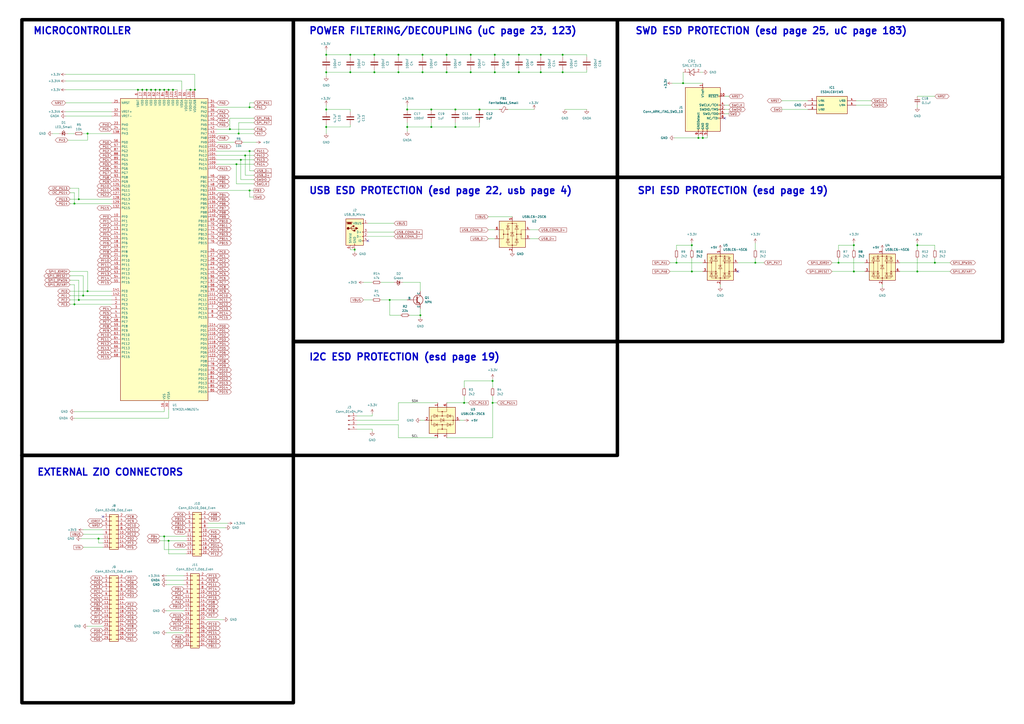
<source format=kicad_sch>
(kicad_sch (version 20231120) (generator "eeschema") (generator_version "8.0")
  (paper "A2")
  (title_block (title "DREAM-C Prototype STM32"))
  (lib_symbols
    (symbol "+3.3VA_1" (power) (pin_numbers hide) (pin_names (offset 0) hide)
      (property "Value" "+3.3VA" (at 0 3.556 0))
      (symbol "+3.3VA_1_1_1"
        (pin power_in line (at 0 0 90) (length 0) (name "~") (number "1"))
      )
    )
    (symbol "+5V_1" (power) (pin_numbers hide) (pin_names (offset 0) hide)
      (property "Value" "+5V" (at 0 3.556 0))
      (symbol "+5V_1_1_1"
        (pin power_in line (at 0 0 90) (length 0) (name "~") (number "1"))
      )
    )
    (symbol "2024-10-27_03-06-41:SMLVT3V3" (pin_names (offset 0.254))
      (property "Reference" "CR" (at 7.62 -5.08 0))
      (property "Value" "SMLVT3V3" (at -3.81 2.54 0))
      (symbol "SMLVT3V3_0_1"
        (pin unspecified line (at 0 0 0) (length 2.54) (name "") (number "1"))
        (pin unspecified line (at 10.16 0 180) (length 2.54) (name "") (number "2"))
      )
    )
    (symbol "Connector:Conn_01x04_Pin" (pin_names (offset 1.016) hide)
      (property "Reference" "J" (at 0 5.08 0))
      (property "Value" "Conn_01x04_Pin" (at 0 -7.62 0))
      (symbol "Conn_01x04_Pin_1_1"
        (pin passive line (at 5.08 2.54 180) (length 3.81) (name "Pin_1") (number "1"))
        (pin passive line (at 5.08 0 180) (length 3.81) (name "Pin_2") (number "2"))
        (pin passive line (at 5.08 -2.54 180) (length 3.81) (name "Pin_3") (number "3"))
        (pin passive line (at 5.08 -5.08 180) (length 3.81) (name "Pin_4") (number "4"))
      )
    )
    (symbol "Connector:Conn_ARM_JTAG_SWD_10" (pin_names (offset 1.016))
      (property "Reference" "J1" (at -11.43 1.27 0))
      (property "Value" "Conn_ARM_JTAG_SWD_10" (at -11.43 -1.27 0))
      (symbol "Conn_ARM_JTAG_SWD_10_1_1"
        (pin power_in line (at 0 15.24 270) (length 2.54) (name "VTref") (number "1"))
        (pin open_collector line (at 12.7 7.62 180) (length 2.54) (name "~{RESET}") (number "10"))
        (pin passive line (at 2.54 -15.24 90) (length 2.54) hide (name "GND") (number "12"))
        (pin bidirectional line (at 12.7 0 180) (length 2.54) (name "SWDIO/TMS") (number "2"))
        (pin power_in line (at 0 -15.24 90) (length 2.54) (name "GND") (number "3"))
        (pin output line (at 12.7 2.54 180) (length 2.54) (name "SWCLK/TCK") (number "4"))
        (pin passive line (at 0 -15.24 90) (length 2.54) hide (name "GND") (number "5"))
        (pin power_in line (at 2.54 -15.24 90) (length 2.54) (name "GND") (number "5"))
        (pin input line (at 12.7 -2.54 180) (length 2.54) (name "SWO/TDO") (number "6"))
        (pin no_connect line (at -10.16 0 0) (length 2.54) hide (name "KEY") (number "7"))
        (pin output line (at 12.7 -5.08 180) (length 2.54) (name "NC/TDI") (number "8"))
        (pin passive line (at -2.54 -15.24 90) (length 2.54) (name "GNDDetect") (number "9"))
      )
    )
    (symbol "Connector:USB_B_Micro" (pin_names (offset 1.016))
      (property "Reference" "J" (at -5.08 11.43 0))
      (property "Value" "USB_B_Micro" (at -5.08 8.89 0))
      (symbol "USB_B_Micro_1_1"
        (pin power_out line (at 7.62 5.08 180) (length 2.54) (name "VBUS") (number "1"))
        (pin bidirectional line (at 7.62 -2.54 180) (length 2.54) (name "D-") (number "2"))
        (pin bidirectional line (at 7.62 0 180) (length 2.54) (name "D+") (number "3"))
        (pin passive line (at 7.62 -5.08 180) (length 2.54) (name "ID") (number "4"))
        (pin power_out line (at 0 -10.16 90) (length 2.54) (name "GND") (number "5"))
        (pin passive line (at -2.54 -10.16 90) (length 2.54) (name "Shield") (number "6"))
      )
    )
    (symbol "Connector_Generic:Conn_02x08_Odd_Even" (pin_names (offset 1.016) hide)
      (property "Reference" "J" (at 1.27 10.16 0))
      (property "Value" "Conn_02x08_Odd_Even" (at 1.27 -12.7 0))
      (symbol "Conn_02x08_Odd_Even_1_1"
        (pin passive line (at -5.08 7.62 0) (length 3.81) (name "Pin_1") (number "1"))
        (pin passive line (at 7.62 -2.54 180) (length 3.81) (name "Pin_10") (number "10"))
        (pin passive line (at -5.08 -5.08 0) (length 3.81) (name "Pin_11") (number "11"))
        (pin passive line (at 7.62 -5.08 180) (length 3.81) (name "Pin_12") (number "12"))
        (pin passive line (at -5.08 -7.62 0) (length 3.81) (name "Pin_13") (number "13"))
        (pin passive line (at 7.62 -7.62 180) (length 3.81) (name "Pin_14") (number "14"))
        (pin passive line (at -5.08 -10.16 0) (length 3.81) (name "Pin_15") (number "15"))
        (pin passive line (at 7.62 -10.16 180) (length 3.81) (name "Pin_16") (number "16"))
        (pin passive line (at 7.62 7.62 180) (length 3.81) (name "Pin_2") (number "2"))
        (pin passive line (at -5.08 5.08 0) (length 3.81) (name "Pin_3") (number "3"))
        (pin passive line (at 7.62 5.08 180) (length 3.81) (name "Pin_4") (number "4"))
        (pin passive line (at -5.08 2.54 0) (length 3.81) (name "Pin_5") (number "5"))
        (pin passive line (at 7.62 2.54 180) (length 3.81) (name "Pin_6") (number "6"))
        (pin passive line (at -5.08 0 0) (length 3.81) (name "Pin_7") (number "7"))
        (pin passive line (at 7.62 0 180) (length 3.81) (name "Pin_8") (number "8"))
        (pin passive line (at -5.08 -2.54 0) (length 3.81) (name "Pin_9") (number "9"))
      )
    )
    (symbol "Connector_Generic:Conn_02x10_Odd_Even" (pin_names (offset 1.016) hide)
      (property "Reference" "J" (at 1.27 12.7 0))
      (property "Value" "Conn_02x10_Odd_Even" (at 1.27 -15.24 0))
      (symbol "Conn_02x10_Odd_Even_1_1"
        (pin passive line (at -5.08 10.16 0) (length 3.81) (name "Pin_1") (number "1"))
        (pin passive line (at 7.62 0 180) (length 3.81) (name "Pin_10") (number "10"))
        (pin passive line (at -5.08 -2.54 0) (length 3.81) (name "Pin_11") (number "11"))
        (pin passive line (at 7.62 -2.54 180) (length 3.81) (name "Pin_12") (number "12"))
        (pin passive line (at -5.08 -5.08 0) (length 3.81) (name "Pin_13") (number "13"))
        (pin passive line (at 7.62 -5.08 180) (length 3.81) (name "Pin_14") (number "14"))
        (pin passive line (at -5.08 -7.62 0) (length 3.81) (name "Pin_15") (number "15"))
        (pin passive line (at 7.62 -7.62 180) (length 3.81) (name "Pin_16") (number "16"))
        (pin passive line (at -5.08 -10.16 0) (length 3.81) (name "Pin_17") (number "17"))
        (pin passive line (at 7.62 -10.16 180) (length 3.81) (name "Pin_18") (number "18"))
        (pin passive line (at -5.08 -12.7 0) (length 3.81) (name "Pin_19") (number "19"))
        (pin passive line (at 7.62 10.16 180) (length 3.81) (name "Pin_2") (number "2"))
        (pin passive line (at 7.62 -12.7 180) (length 3.81) (name "Pin_20") (number "20"))
        (pin passive line (at -5.08 7.62 0) (length 3.81) (name "Pin_3") (number "3"))
        (pin passive line (at 7.62 7.62 180) (length 3.81) (name "Pin_4") (number "4"))
        (pin passive line (at -5.08 5.08 0) (length 3.81) (name "Pin_5") (number "5"))
        (pin passive line (at 7.62 5.08 180) (length 3.81) (name "Pin_6") (number "6"))
        (pin passive line (at -5.08 2.54 0) (length 3.81) (name "Pin_7") (number "7"))
        (pin passive line (at 7.62 2.54 180) (length 3.81) (name "Pin_8") (number "8"))
        (pin passive line (at -5.08 0 0) (length 3.81) (name "Pin_9") (number "9"))
      )
    )
    (symbol "Connector_Generic:Conn_02x15_Odd_Even" (pin_names (offset 1.016) hide)
      (property "Reference" "J" (at 1.27 20.32 0))
      (property "Value" "Conn_02x15_Odd_Even" (at 1.27 -20.32 0))
      (symbol "Conn_02x15_Odd_Even_1_1"
        (pin passive line (at -5.08 17.78 0) (length 3.81) (name "Pin_1") (number "1"))
        (pin passive line (at 7.62 7.62 180) (length 3.81) (name "Pin_10") (number "10"))
        (pin passive line (at -5.08 5.08 0) (length 3.81) (name "Pin_11") (number "11"))
        (pin passive line (at 7.62 5.08 180) (length 3.81) (name "Pin_12") (number "12"))
        (pin passive line (at -5.08 2.54 0) (length 3.81) (name "Pin_13") (number "13"))
        (pin passive line (at 7.62 2.54 180) (length 3.81) (name "Pin_14") (number "14"))
        (pin passive line (at -5.08 0 0) (length 3.81) (name "Pin_15") (number "15"))
        (pin passive line (at 7.62 0 180) (length 3.81) (name "Pin_16") (number "16"))
        (pin passive line (at -5.08 -2.54 0) (length 3.81) (name "Pin_17") (number "17"))
        (pin passive line (at 7.62 -2.54 180) (length 3.81) (name "Pin_18") (number "18"))
        (pin passive line (at -5.08 -5.08 0) (length 3.81) (name "Pin_19") (number "19"))
        (pin passive line (at 7.62 17.78 180) (length 3.81) (name "Pin_2") (number "2"))
        (pin passive line (at 7.62 -5.08 180) (length 3.81) (name "Pin_20") (number "20"))
        (pin passive line (at -5.08 -7.62 0) (length 3.81) (name "Pin_21") (number "21"))
        (pin passive line (at 7.62 -7.62 180) (length 3.81) (name "Pin_22") (number "22"))
        (pin passive line (at -5.08 -10.16 0) (length 3.81) (name "Pin_23") (number "23"))
        (pin passive line (at 7.62 -10.16 180) (length 3.81) (name "Pin_24") (number "24"))
        (pin passive line (at -5.08 -12.7 0) (length 3.81) (name "Pin_25") (number "25"))
        (pin passive line (at 7.62 -12.7 180) (length 3.81) (name "Pin_26") (number "26"))
        (pin passive line (at -5.08 -15.24 0) (length 3.81) (name "Pin_27") (number "27"))
        (pin passive line (at 7.62 -15.24 180) (length 3.81) (name "Pin_28") (number "28"))
        (pin passive line (at -5.08 -17.78 0) (length 3.81) (name "Pin_29") (number "29"))
        (pin passive line (at -5.08 15.24 0) (length 3.81) (name "Pin_3") (number "3"))
        (pin passive line (at 7.62 -17.78 180) (length 3.81) (name "Pin_30") (number "30"))
        (pin passive line (at 7.62 15.24 180) (length 3.81) (name "Pin_4") (number "4"))
        (pin passive line (at -5.08 12.7 0) (length 3.81) (name "Pin_5") (number "5"))
        (pin passive line (at 7.62 12.7 180) (length 3.81) (name "Pin_6") (number "6"))
        (pin passive line (at -5.08 10.16 0) (length 3.81) (name "Pin_7") (number "7"))
        (pin passive line (at 7.62 10.16 180) (length 3.81) (name "Pin_8") (number "8"))
        (pin passive line (at -5.08 7.62 0) (length 3.81) (name "Pin_9") (number "9"))
      )
    )
    (symbol "Connector_Generic:Conn_02x17_Odd_Even" (pin_names (offset 1.016) hide)
      (property "Reference" "J" (at 1.27 22.86 0))
      (property "Value" "Conn_02x17_Odd_Even" (at 1.27 -22.86 0))
      (symbol "Conn_02x17_Odd_Even_1_1"
        (pin passive line (at -5.08 20.32 0) (length 3.81) (name "Pin_1") (number "1"))
        (pin passive line (at 7.62 10.16 180) (length 3.81) (name "Pin_10") (number "10"))
        (pin passive line (at -5.08 7.62 0) (length 3.81) (name "Pin_11") (number "11"))
        (pin passive line (at 7.62 7.62 180) (length 3.81) (name "Pin_12") (number "12"))
        (pin passive line (at -5.08 5.08 0) (length 3.81) (name "Pin_13") (number "13"))
        (pin passive line (at 7.62 5.08 180) (length 3.81) (name "Pin_14") (number "14"))
        (pin passive line (at -5.08 2.54 0) (length 3.81) (name "Pin_15") (number "15"))
        (pin passive line (at 7.62 2.54 180) (length 3.81) (name "Pin_16") (number "16"))
        (pin passive line (at -5.08 0 0) (length 3.81) (name "Pin_17") (number "17"))
        (pin passive line (at 7.62 0 180) (length 3.81) (name "Pin_18") (number "18"))
        (pin passive line (at -5.08 -2.54 0) (length 3.81) (name "Pin_19") (number "19"))
        (pin passive line (at 7.62 20.32 180) (length 3.81) (name "Pin_2") (number "2"))
        (pin passive line (at 7.62 -2.54 180) (length 3.81) (name "Pin_20") (number "20"))
        (pin passive line (at -5.08 -5.08 0) (length 3.81) (name "Pin_21") (number "21"))
        (pin passive line (at 7.62 -5.08 180) (length 3.81) (name "Pin_22") (number "22"))
        (pin passive line (at -5.08 -7.62 0) (length 3.81) (name "Pin_23") (number "23"))
        (pin passive line (at 7.62 -7.62 180) (length 3.81) (name "Pin_24") (number "24"))
        (pin passive line (at -5.08 -10.16 0) (length 3.81) (name "Pin_25") (number "25"))
        (pin passive line (at 7.62 -10.16 180) (length 3.81) (name "Pin_26") (number "26"))
        (pin passive line (at -5.08 -12.7 0) (length 3.81) (name "Pin_27") (number "27"))
        (pin passive line (at 7.62 -12.7 180) (length 3.81) (name "Pin_28") (number "28"))
        (pin passive line (at -5.08 -15.24 0) (length 3.81) (name "Pin_29") (number "29"))
        (pin passive line (at -5.08 17.78 0) (length 3.81) (name "Pin_3") (number "3"))
        (pin passive line (at 7.62 -15.24 180) (length 3.81) (name "Pin_30") (number "30"))
        (pin passive line (at -5.08 -17.78 0) (length 3.81) (name "Pin_31") (number "31"))
        (pin passive line (at 7.62 -17.78 180) (length 3.81) (name "Pin_32") (number "32"))
        (pin passive line (at -5.08 -20.32 0) (length 3.81) (name "Pin_33") (number "33"))
        (pin passive line (at 7.62 -20.32 180) (length 3.81) (name "Pin_34") (number "34"))
        (pin passive line (at 7.62 17.78 180) (length 3.81) (name "Pin_4") (number "4"))
        (pin passive line (at -5.08 15.24 0) (length 3.81) (name "Pin_5") (number "5"))
        (pin passive line (at 7.62 15.24 180) (length 3.81) (name "Pin_6") (number "6"))
        (pin passive line (at -5.08 12.7 0) (length 3.81) (name "Pin_7") (number "7"))
        (pin passive line (at 7.62 12.7 180) (length 3.81) (name "Pin_8") (number "8"))
        (pin passive line (at -5.08 10.16 0) (length 3.81) (name "Pin_9") (number "9"))
      )
    )
    (symbol "Device:C" (pin_numbers hide) (pin_names (offset 0.254))
      (property "Reference" "C" (at 0.635 2.54 0))
      (property "Value" "C" (at 0.635 -2.54 0))
      (symbol "C_1_1"
        (pin passive line (at 0 3.81 270) (length 2.794) (name "~") (number "1"))
        (pin passive line (at 0 -3.81 90) (length 2.794) (name "~") (number "2"))
      )
    )
    (symbol "Device:C_Small" (pin_numbers hide) (pin_names (offset 0.254) hide)
      (property "Reference" "C" (at 0.254 1.778 0))
      (property "Value" "C_Small" (at 0.254 -2.032 0))
      (symbol "C_Small_1_1"
        (pin passive line (at 0 2.54 270) (length 2.032) (name "~") (number "1"))
        (pin passive line (at 0 -2.54 90) (length 2.032) (name "~") (number "2"))
      )
    )
    (symbol "Device:FerriteBead_Small" (pin_numbers hide) (pin_names (offset 0))
      (property "Reference" "FB" (at 1.905 1.27 0))
      (property "Value" "FerriteBead_Small" (at 1.905 -1.27 0))
      (symbol "FerriteBead_Small_1_1"
        (pin passive line (at 0 2.54 270) (length 1.27) (name "~") (number "1"))
        (pin passive line (at 0 -2.54 90) (length 1.27) (name "~") (number "2"))
      )
    )
    (symbol "Device:LED_Small" (pin_numbers hide) (pin_names (offset 0.254) hide)
      (property "Reference" "D" (at -1.27 3.175 0))
      (property "Value" "LED_Small" (at -4.445 -2.54 0))
      (symbol "LED_Small_1_1"
        (pin passive line (at -2.54 0 0) (length 1.778) (name "K") (number "1"))
        (pin passive line (at 2.54 0 180) (length 1.778) (name "A") (number "2"))
      )
    )
    (symbol "Device:R_Small" (pin_numbers hide) (pin_names (offset 0.254) hide)
      (property "Reference" "R" (at 0.762 0.508 0))
      (property "Value" "R_Small" (at 0.762 -1.016 0))
      (symbol "R_Small_1_1"
        (pin passive line (at 0 2.54 270) (length 0.762) (name "~") (number "1"))
        (pin passive line (at 0 -2.54 90) (length 0.762) (name "~") (number "2"))
      )
    )
    (symbol "ESDALC6V1W5:ESDALC6V1W5" (pin_names (offset 1.016))
      (property "Reference" "IC" (at 24.13 7.62 0))
      (property "Value" "ESDALC6V1W5" (at 24.13 5.08 0))
      (symbol "ESDALC6V1W5_0_0"
        (pin bidirectional line (at 0 0 0) (length 5.08) (name "I/01") (number "1"))
        (pin bidirectional line (at 0 -2.54 0) (length 5.08) (name "GND") (number "2"))
        (pin bidirectional line (at 0 -5.08 0) (length 5.08) (name "I/02") (number "3"))
        (pin bidirectional line (at 27.94 0 180) (length 5.08) (name "I/03") (number "4"))
        (pin bidirectional line (at 27.94 -2.54 180) (length 5.08) (name "I/04") (number "5"))
      )
    )
    (symbol "GNDA_1" (power) (pin_numbers hide) (pin_names (offset 0) hide)
      (property "Value" "GNDA" (at 0 -3.81 0))
      (symbol "GNDA_1_1_1"
        (pin power_in line (at 0 0 270) (length 0) (name "~") (number "1"))
      )
    )
    (symbol "GND_1" (power) (pin_numbers hide) (pin_names (offset 0) hide)
      (property "Value" "GND" (at 0 -3.81 0))
      (symbol "GND_1_1_1"
        (pin power_in line (at 0 0 270) (length 0) (name "~") (number "1"))
      )
    )
    (symbol "GND_2" (power) (pin_numbers hide) (pin_names (offset 0) hide)
      (property "Value" "GND" (at 0 -3.81 0))
      (symbol "GND_2_1_1"
        (pin power_in line (at 0 0 270) (length 0) (name "~") (number "1"))
      )
    )
    (symbol "MCU_ST_STM32L4:STM32L496ZGTx"
      (property "Reference" "U" (at -25.4 90.17 0))
      (property "Value" "STM32L496ZGTx" (at 20.32 90.17 0))
      (symbol "STM32L496ZGTx_1_1"
        (pin bidirectional line (at -30.48 -27.94 0) (length 5.08) (name "PE2") (number "1"))
        (pin bidirectional line (at -30.48 20.32 0) (length 5.08) (name "PF0") (number "10"))
        (pin bidirectional line (at 30.48 66.04 180) (length 5.08) (name "PA8") (number "100"))
        (pin bidirectional line (at 30.48 63.5 180) (length 5.08) (name "PA9") (number "101"))
        (pin bidirectional line (at 30.48 60.96 180) (length 5.08) (name "PA10") (number "102"))
        (pin bidirectional line (at 30.48 58.42 180) (length 5.08) (name "PA11") (number "103"))
        (pin bidirectional line (at 30.48 55.88 180) (length 5.08) (name "PA12") (number "104"))
        (pin bidirectional line (at 30.48 53.34 180) (length 5.08) (name "PA13") (number "105"))
        (pin power_in line (at 17.78 93.98 270) (length 5.08) (name "VDDUSB") (number "106"))
        (pin passive line (at 0 -91.44 90) (length 5.08) hide (name "VSS") (number "107"))
        (pin power_in line (at 2.54 93.98 270) (length 5.08) (name "VDD") (number "108"))
        (pin bidirectional line (at 30.48 50.8 180) (length 5.08) (name "PA14") (number "109"))
        (pin bidirectional line (at -30.48 17.78 0) (length 5.08) (name "PF1") (number "11"))
        (pin bidirectional line (at 30.48 48.26 180) (length 5.08) (name "PA15") (number "110"))
        (pin bidirectional line (at 30.48 -25.4 180) (length 5.08) (name "PC10") (number "111"))
        (pin bidirectional line (at 30.48 -27.94 180) (length 5.08) (name "PC11") (number "112"))
        (pin bidirectional line (at 30.48 -30.48 180) (length 5.08) (name "PC12") (number "113"))
        (pin bidirectional line (at 30.48 -43.18 180) (length 5.08) (name "PD0") (number "114"))
        (pin bidirectional line (at 30.48 -45.72 180) (length 5.08) (name "PD1") (number "115"))
        (pin bidirectional line (at 30.48 -48.26 180) (length 5.08) (name "PD2") (number "116"))
        (pin bidirectional line (at 30.48 -50.8 180) (length 5.08) (name "PD3") (number "117"))
        (pin bidirectional line (at 30.48 -53.34 180) (length 5.08) (name "PD4") (number "118"))
        (pin bidirectional line (at 30.48 -55.88 180) (length 5.08) (name "PD5") (number "119"))
        (pin bidirectional line (at -30.48 15.24 0) (length 5.08) (name "PF2") (number "12"))
        (pin passive line (at 0 -91.44 90) (length 5.08) hide (name "VSS") (number "120"))
        (pin power_in line (at 5.08 93.98 270) (length 5.08) (name "VDD") (number "121"))
        (pin bidirectional line (at 30.48 -58.42 180) (length 5.08) (name "PD6") (number "122"))
        (pin bidirectional line (at 30.48 -60.96 180) (length 5.08) (name "PD7") (number "123"))
        (pin bidirectional line (at -30.48 40.64 0) (length 5.08) (name "PG9") (number "124"))
        (pin bidirectional line (at -30.48 38.1 0) (length 5.08) (name "PG10") (number "125"))
        (pin bidirectional line (at -30.48 35.56 0) (length 5.08) (name "PG11") (number "126"))
        (pin bidirectional line (at -30.48 33.02 0) (length 5.08) (name "PG12") (number "127"))
        (pin bidirectional line (at -30.48 30.48 0) (length 5.08) (name "PG13") (number "128"))
        (pin bidirectional line (at -30.48 27.94 0) (length 5.08) (name "PG14") (number "129"))
        (pin bidirectional line (at -30.48 12.7 0) (length 5.08) (name "PF3") (number "13"))
        (pin passive line (at 0 -91.44 90) (length 5.08) hide (name "VSS") (number "130"))
        (pin power_in line (at 15.24 93.98 270) (length 5.08) (name "VDDIO2") (number "131"))
        (pin bidirectional line (at -30.48 25.4 0) (length 5.08) (name "PG15") (number "132"))
        (pin bidirectional line (at 30.48 35.56 180) (length 5.08) (name "PB3") (number "133"))
        (pin bidirectional line (at 30.48 33.02 180) (length 5.08) (name "PB4") (number "134"))
        (pin bidirectional line (at 30.48 30.48 180) (length 5.08) (name "PB5") (number "135"))
        (pin bidirectional line (at 30.48 27.94 180) (length 5.08) (name "PB6") (number "136"))
        (pin bidirectional line (at 30.48 25.4 180) (length 5.08) (name "PB7") (number "137"))
        (pin bidirectional line (at -30.48 68.58 0) (length 5.08) (name "PH3") (number "138"))
        (pin bidirectional line (at 30.48 22.86 180) (length 5.08) (name "PB8") (number "139"))
        (pin bidirectional line (at -30.48 10.16 0) (length 5.08) (name "PF4") (number "14"))
        (pin bidirectional line (at 30.48 20.32 180) (length 5.08) (name "PB9") (number "140"))
        (pin bidirectional line (at -30.48 -22.86 0) (length 5.08) (name "PE0") (number "141"))
        (pin bidirectional line (at -30.48 -25.4 0) (length 5.08) (name "PE1") (number "142"))
        (pin passive line (at 0 -91.44 90) (length 5.08) hide (name "VSS") (number "143"))
        (pin power_in line (at 7.62 93.98 270) (length 5.08) (name "VDD") (number "144"))
        (pin bidirectional line (at -30.48 7.62 0) (length 5.08) (name "PF5") (number "15"))
        (pin power_in line (at 0 -91.44 90) (length 5.08) (name "VSS") (number "16"))
        (pin power_in line (at -12.7 93.98 270) (length 5.08) (name "VDD") (number "17"))
        (pin bidirectional line (at -30.48 5.08 0) (length 5.08) (name "PF6") (number "18"))
        (pin bidirectional line (at -30.48 2.54 0) (length 5.08) (name "PF7") (number "19"))
        (pin bidirectional line (at -30.48 -30.48 0) (length 5.08) (name "PE3") (number "2"))
        (pin bidirectional line (at -30.48 0 0) (length 5.08) (name "PF8") (number "20"))
        (pin bidirectional line (at -30.48 -2.54 0) (length 5.08) (name "PF9") (number "21"))
        (pin bidirectional line (at -30.48 -5.08 0) (length 5.08) (name "PF10") (number "22"))
        (pin bidirectional line (at -30.48 73.66 0) (length 5.08) (name "PH0") (number "23"))
        (pin bidirectional line (at -30.48 71.12 0) (length 5.08) (name "PH1") (number "24"))
        (pin input line (at -30.48 86.36 0) (length 5.08) (name "NRST") (number "25"))
        (pin bidirectional line (at 30.48 0 180) (length 5.08) (name "PC0") (number "26"))
        (pin bidirectional line (at 30.48 -2.54 180) (length 5.08) (name "PC1") (number "27"))
        (pin bidirectional line (at 30.48 -5.08 180) (length 5.08) (name "PC2") (number "28"))
        (pin bidirectional line (at 30.48 -7.62 180) (length 5.08) (name "PC3") (number "29"))
        (pin bidirectional line (at -30.48 -33.02 0) (length 5.08) (name "PE4") (number "3"))
        (pin power_in line (at 2.54 -91.44 90) (length 5.08) (name "VSSA") (number "30"))
        (pin input line (at -30.48 78.74 0) (length 5.08) (name "VREF-") (number "31"))
        (pin input line (at -30.48 81.28 0) (length 5.08) (name "VREF+") (number "32"))
        (pin power_in line (at 10.16 93.98 270) (length 5.08) (name "VDDA") (number "33"))
        (pin bidirectional line (at 30.48 86.36 180) (length 5.08) (name "PA0") (number "34"))
        (pin bidirectional line (at 30.48 83.82 180) (length 5.08) (name "PA1") (number "35"))
        (pin bidirectional line (at 30.48 81.28 180) (length 5.08) (name "PA2") (number "36"))
        (pin bidirectional line (at 30.48 78.74 180) (length 5.08) (name "PA3") (number "37"))
        (pin passive line (at 0 -91.44 90) (length 5.08) hide (name "VSS") (number "38"))
        (pin power_in line (at -10.16 93.98 270) (length 5.08) (name "VDD") (number "39"))
        (pin bidirectional line (at -30.48 -35.56 0) (length 5.08) (name "PE5") (number "4"))
        (pin bidirectional line (at 30.48 76.2 180) (length 5.08) (name "PA4") (number "40"))
        (pin bidirectional line (at 30.48 73.66 180) (length 5.08) (name "PA5") (number "41"))
        (pin bidirectional line (at 30.48 71.12 180) (length 5.08) (name "PA6") (number "42"))
        (pin bidirectional line (at 30.48 68.58 180) (length 5.08) (name "PA7") (number "43"))
        (pin bidirectional line (at 30.48 -10.16 180) (length 5.08) (name "PC4") (number "44"))
        (pin bidirectional line (at 30.48 -12.7 180) (length 5.08) (name "PC5") (number "45"))
        (pin bidirectional line (at 30.48 43.18 180) (length 5.08) (name "PB0") (number "46"))
        (pin bidirectional line (at 30.48 40.64 180) (length 5.08) (name "PB1") (number "47"))
        (pin bidirectional line (at 30.48 38.1 180) (length 5.08) (name "PB2") (number "48"))
        (pin bidirectional line (at -30.48 -7.62 0) (length 5.08) (name "PF11") (number "49"))
        (pin bidirectional line (at -30.48 -38.1 0) (length 5.08) (name "PE6") (number "5"))
        (pin bidirectional line (at -30.48 -10.16 0) (length 5.08) (name "PF12") (number "50"))
        (pin passive line (at 0 -91.44 90) (length 5.08) hide (name "VSS") (number "51"))
        (pin power_in line (at -7.62 93.98 270) (length 5.08) (name "VDD") (number "52"))
        (pin bidirectional line (at -30.48 -12.7 0) (length 5.08) (name "PF13") (number "53"))
        (pin bidirectional line (at -30.48 -15.24 0) (length 5.08) (name "PF14") (number "54"))
        (pin bidirectional line (at -30.48 -17.78 0) (length 5.08) (name "PF15") (number "55"))
        (pin bidirectional line (at -30.48 63.5 0) (length 5.08) (name "PG0") (number "56"))
        (pin bidirectional line (at -30.48 60.96 0) (length 5.08) (name "PG1") (number "57"))
        (pin bidirectional line (at -30.48 -40.64 0) (length 5.08) (name "PE7") (number "58"))
        (pin bidirectional line (at -30.48 -43.18 0) (length 5.08) (name "PE8") (number "59"))
        (pin power_in line (at -15.24 93.98 270) (length 5.08) (name "VBAT") (number "6"))
        (pin bidirectional line (at -30.48 -45.72 0) (length 5.08) (name "PE9") (number "60"))
        (pin passive line (at 0 -91.44 90) (length 5.08) hide (name "VSS") (number "61"))
        (pin power_in line (at -5.08 93.98 270) (length 5.08) (name "VDD") (number "62"))
        (pin bidirectional line (at -30.48 -48.26 0) (length 5.08) (name "PE10") (number "63"))
        (pin bidirectional line (at -30.48 -50.8 0) (length 5.08) (name "PE11") (number "64"))
        (pin bidirectional line (at -30.48 -53.34 0) (length 5.08) (name "PE12") (number "65"))
        (pin bidirectional line (at -30.48 -55.88 0) (length 5.08) (name "PE13") (number "66"))
        (pin bidirectional line (at -30.48 -58.42 0) (length 5.08) (name "PE14") (number "67"))
        (pin bidirectional line (at -30.48 -60.96 0) (length 5.08) (name "PE15") (number "68"))
        (pin bidirectional line (at 30.48 17.78 180) (length 5.08) (name "PB10") (number "69"))
        (pin bidirectional line (at 30.48 -33.02 180) (length 5.08) (name "PC13") (number "7"))
        (pin bidirectional line (at 30.48 15.24 180) (length 5.08) (name "PB11") (number "70"))
        (pin passive line (at 0 -91.44 90) (length 5.08) hide (name "VSS") (number "71"))
        (pin power_in line (at -2.54 93.98 270) (length 5.08) (name "VDD") (number "72"))
        (pin bidirectional line (at 30.48 12.7 180) (length 5.08) (name "PB12") (number "73"))
        (pin bidirectional line (at 30.48 10.16 180) (length 5.08) (name "PB13") (number "74"))
        (pin bidirectional line (at 30.48 7.62 180) (length 5.08) (name "PB14") (number "75"))
        (pin bidirectional line (at 30.48 5.08 180) (length 5.08) (name "PB15") (number "76"))
        (pin bidirectional line (at 30.48 -63.5 180) (length 5.08) (name "PD8") (number "77"))
        (pin bidirectional line (at 30.48 -66.04 180) (length 5.08) (name "PD9") (number "78"))
        (pin bidirectional line (at 30.48 -68.58 180) (length 5.08) (name "PD10") (number "79"))
        (pin bidirectional line (at 30.48 -35.56 180) (length 5.08) (name "PC14") (number "8"))
        (pin bidirectional line (at 30.48 -71.12 180) (length 5.08) (name "PD11") (number "80"))
        (pin bidirectional line (at 30.48 -73.66 180) (length 5.08) (name "PD12") (number "81"))
        (pin bidirectional line (at 30.48 -76.2 180) (length 5.08) (name "PD13") (number "82"))
        (pin passive line (at 0 -91.44 90) (length 5.08) hide (name "VSS") (number "83"))
        (pin power_in line (at 0 93.98 270) (length 5.08) (name "VDD") (number "84"))
        (pin bidirectional line (at 30.48 -78.74 180) (length 5.08) (name "PD14") (number "85"))
        (pin bidirectional line (at 30.48 -81.28 180) (length 5.08) (name "PD15") (number "86"))
        (pin bidirectional line (at -30.48 58.42 0) (length 5.08) (name "PG2") (number "87"))
        (pin bidirectional line (at -30.48 55.88 0) (length 5.08) (name "PG3") (number "88"))
        (pin bidirectional line (at -30.48 53.34 0) (length 5.08) (name "PG4") (number "89"))
        (pin bidirectional line (at 30.48 -38.1 180) (length 5.08) (name "PC15") (number "9"))
        (pin bidirectional line (at -30.48 50.8 0) (length 5.08) (name "PG5") (number "90"))
        (pin bidirectional line (at -30.48 48.26 0) (length 5.08) (name "PG6") (number "91"))
        (pin bidirectional line (at -30.48 45.72 0) (length 5.08) (name "PG7") (number "92"))
        (pin bidirectional line (at -30.48 43.18 0) (length 5.08) (name "PG8") (number "93"))
        (pin passive line (at 0 -91.44 90) (length 5.08) hide (name "VSS") (number "94"))
        (pin power_in line (at 12.7 93.98 270) (length 5.08) (name "VDDIO2") (number "95"))
        (pin bidirectional line (at 30.48 -15.24 180) (length 5.08) (name "PC6") (number "96"))
        (pin bidirectional line (at 30.48 -17.78 180) (length 5.08) (name "PC7") (number "97"))
        (pin bidirectional line (at 30.48 -20.32 180) (length 5.08) (name "PC8") (number "98"))
        (pin bidirectional line (at 30.48 -22.86 180) (length 5.08) (name "PC9") (number "99"))
      )
    )
    (symbol "Power_Protection:USBLC6-2SC6" (pin_names hide)
      (property "Reference" "U" (at 2.54 8.89 0))
      (property "Value" "USBLC6-2SC6" (at 2.54 -8.89 0))
      (symbol "USBLC6-2SC6_1_1"
        (pin passive line (at -10.16 -2.54 0) (length 2.54) (name "I/O1") (number "1"))
        (pin passive line (at 0 -10.16 90) (length 2.54) (name "GND") (number "2"))
        (pin passive line (at 10.16 -2.54 180) (length 2.54) (name "I/O2") (number "3"))
        (pin passive line (at 10.16 2.54 180) (length 2.54) (name "I/O2") (number "4"))
        (pin passive line (at 0 10.16 270) (length 2.54) (name "VBUS") (number "5"))
        (pin passive line (at -10.16 2.54 0) (length 2.54) (name "I/O1") (number "6"))
      )
    )
    (symbol "Power_Protection:USBLC6-4SC6" (pin_names hide)
      (property "Reference" "U" (at 2.54 8.89 0))
      (property "Value" "USBLC6-4SC6" (at 2.54 -8.89 0))
      (symbol "USBLC6-4SC6_1_1"
        (pin passive line (at -10.16 2.54 0) (length 2.54) (name "I/O1") (number "1"))
        (pin passive line (at 0 -10.16 90) (length 2.54) (name "GND") (number "2"))
        (pin passive line (at -10.16 -2.54 0) (length 2.54) (name "I/O2") (number "3"))
        (pin passive line (at 10.16 2.54 180) (length 2.54) (name "I/O3") (number "4"))
        (pin passive line (at 0 10.16 270) (length 2.54) (name "VBUS") (number "5"))
        (pin passive line (at 10.16 -2.54 180) (length 2.54) (name "I/O4") (number "6"))
      )
    )
    (symbol "Simulation_SPICE:NPN" (pin_numbers hide) (pin_names (offset 0))
      (property "Reference" "Q" (at -2.54 7.62 0))
      (property "Value" "NPN" (at -2.54 5.08 0))
      (symbol "NPN_1_1"
        (pin open_collector line (at 2.54 5.08 270) (length 2.54) (name "C") (number "1"))
        (pin input line (at -5.08 0 0) (length 2.54) (name "B") (number "2"))
        (pin open_emitter line (at 2.54 -5.08 90) (length 2.54) (name "E") (number "3"))
      )
    )
    (symbol "power:+3.3V" (power) (pin_names (offset 0))
      (property "Value" "+3.3V" (at 0 3.556 0))
      (symbol "+3.3V_1_1"
        (pin power_in line (at 0 0 90) (length 0) hide (name "+3.3V") (number "1"))
      )
    )
    (symbol "power:+3.3VA" (power) (pin_names (offset 0))
      (property "Value" "+3.3VA" (at 0 3.556 0))
      (symbol "+3.3VA_1_1"
        (pin power_in line (at 0 0 90) (length 0) hide (name "+3.3VA") (number "1"))
      )
    )
    (symbol "power:+3V3" (power) (pin_numbers hide) (pin_names (offset 0) hide)
      (property "Value" "+3V3" (at 0 3.556 0))
      (symbol "+3V3_1_1"
        (pin power_in line (at 0 0 90) (length 0) (name "~") (number "1"))
      )
    )
    (symbol "power:+5V" (power) (pin_names (offset 0))
      (property "Value" "+5V" (at 0 3.556 0))
      (symbol "+5V_1_1"
        (pin power_in line (at 0 0 90) (length 0) hide (name "+5V") (number "1"))
      )
    )
    (symbol "power:GND" (power) (pin_names (offset 0))
      (property "Value" "GND" (at 0 -3.81 0))
      (symbol "GND_1_1"
        (pin power_in line (at 0 0 270) (length 0) hide (name "GND") (number "1"))
      )
    )
    (symbol "power:GNDA" (power) (pin_names (offset 0))
      (property "Value" "GNDA" (at 0 -3.81 0))
      (symbol "GNDA_1_1"
        (pin power_in line (at 0 0 270) (length 0) hide (name "GNDA") (number "1"))
      )
    )
  )
  (junction (at 396.24 48.26))
  (junction (at 97.79 313.69))
  (junction (at 189.23 41.91))
  (junction (at 231.14 41.91))
  (junction (at 495.3 157.48))
  (junction (at 144.78 62.23))
  (junction (at 226.06 173.99))
  (junction (at 438.15 152.4))
  (junction (at 259.08 31.75))
  (junction (at 273.05 31.75))
  (junction (at 326.39 41.91))
  (junction (at 300.99 31.75))
  (junction (at 407.67 80.01))
  (junction (at 250.19 73.66))
  (junction (at 300.99 41.91))
  (junction (at 401.32 157.48))
  (junction (at 287.02 31.75))
  (junction (at 203.2 41.91))
  (junction (at 50.8 77.47))
  (junction (at 138.43 77.47))
  (junction (at 287.02 41.91))
  (junction (at 144.78 87.63))
  (junction (at 532.13 142.24))
  (junction (at 85.09 52.07))
  (junction (at 189.23 31.75))
  (junction (at 259.08 41.91))
  (junction (at 43.18 118.11))
  (junction (at 113.03 52.07))
  (junction (at 133.35 74.93))
  (junction (at 495.3 142.24))
  (junction (at 92.71 52.07))
  (junction (at 50.8 168.91))
  (junction (at 217.17 41.91))
  (junction (at 278.13 63.5))
  (junction (at 217.17 31.75))
  (junction (at 486.41 152.4))
  (junction (at 542.29 152.4))
  (junction (at 285.75 220.98))
  (junction (at 80.01 52.07))
  (junction (at 313.69 41.91))
  (junction (at 45.72 115.57))
  (junction (at 250.19 63.5))
  (junction (at 285.75 233.68))
  (junction (at 401.32 142.24))
  (junction (at 97.79 52.07))
  (junction (at 392.43 152.4))
  (junction (at 45.72 173.99))
  (junction (at 100.33 52.07))
  (junction (at 205.74 144.78))
  (junction (at 264.16 63.5))
  (junction (at 137.16 95.25))
  (junction (at 273.05 41.91))
  (junction (at 142.24 90.17))
  (junction (at 189.23 63.5))
  (junction (at 245.11 31.75))
  (junction (at 82.55 52.07))
  (junction (at 43.18 176.53))
  (junction (at 95.25 52.07))
  (junction (at 87.63 52.07))
  (junction (at 269.24 233.68))
  (junction (at 236.22 63.5))
  (junction (at 95.25 311.15))
  (junction (at 48.26 171.45))
  (junction (at 144.78 110.49))
  (junction (at 313.69 31.75))
  (junction (at 90.17 52.07))
  (junction (at 139.7 92.71))
  (junction (at 245.11 41.91))
  (junction (at 110.49 52.07))
  (junction (at 203.2 31.75))
  (junction (at 532.13 157.48))
  (junction (at 189.23 73.66))
  (junction (at 326.39 31.75))
  (junction (at 243.84 182.88))
  (junction (at 236.22 73.66))
  (junction (at 231.14 31.75))
  (junction (at 405.13 80.01))
  (junction (at 264.16 73.66))
  (junction (at 57.15 312.42))
  (no_connect (at 420.37 68.58))
  (no_connect (at 59.69 299.72))
  (no_connect (at 213.36 139.7))
  (no_connect (at 427.99 157.48))
  (wire (pts (xy 189.23 63.5) (xy 203.2 63.5)))
  (wire (pts (xy 97.79 52.07) (xy 100.33 52.07)))
  (wire (pts (xy 313.69 33.02) (xy 313.69 31.75)))
  (wire (pts (xy 142.24 90.17) (xy 147.32 90.17)))
  (wire (pts (xy 213.36 129.54) (xy 228.6 129.54)))
  (wire (pts (xy 40.64 173.99) (xy 45.72 173.99)))
  (wire (pts (xy 48.26 171.45) (xy 64.77 171.45)))
  (wire (pts (xy 300.99 41.91) (xy 313.69 41.91)))
  (wire (pts (xy 129.54 359.41) (xy 119.38 359.41)))
  (wire (pts (xy 147.32 74.93) (xy 133.35 74.93)))
  (wire (pts (xy 142.24 101.6) (xy 142.24 90.17)))
  (wire (pts (xy 215.9 173.99) (xy 210.82 173.99)))
  (wire (pts (xy 215.9 241.3) (xy 207.01 241.3)))
  (wire (pts (xy 269.24 243.84) (xy 266.7 243.84)))
  (wire (pts (xy 405.13 78.74) (xy 405.13 80.01)))
  (wire (pts (xy 285.75 220.98) (xy 285.75 224.79)))
  (wire (pts (xy 38.1 67.31) (xy 64.77 67.31)))
  (wire (pts (xy 396.24 41.91) (xy 396.24 48.26)))
  (wire (pts (xy 482.6 157.48) (xy 495.3 157.48)))
  (wire (pts (xy 43.18 176.53) (xy 64.77 176.53)))
  (wire (pts (xy 50.8 168.91) (xy 64.77 168.91)))
  (wire (pts (xy 273.05 41.91) (xy 287.02 41.91)))
  (wire (pts (xy 495.3 140.97) (xy 495.3 142.24)))
  (wire (pts (xy 231.14 254) (xy 254 254)))
  (wire (pts (xy 495.3 142.24) (xy 495.3 144.78)))
  (wire (pts (xy 107.95 318.77) (xy 95.25 318.77)))
  (wire (pts (xy 231.14 33.02) (xy 231.14 31.75)))
  (wire (pts (xy 269.24 220.98) (xy 285.75 220.98)))
  (wire (pts (xy 226.06 182.88) (xy 226.06 173.99)))
  (wire (pts (xy 340.36 33.02) (xy 340.36 31.75)))
  (wire (pts (xy 97.79 242.57) (xy 97.79 237.49)))
  (wire (pts (xy 392.43 152.4) (xy 407.67 152.4)))
  (wire (pts (xy 532.13 140.97) (xy 532.13 142.24)))
  (wire (pts (xy 410.21 78.74) (xy 410.21 80.01)))
  (wire (pts (xy 120.65 303.53) (xy 132.08 303.53)))
  (wire (pts (xy 388.62 152.4) (xy 392.43 152.4)))
  (wire (pts (xy 407.67 80.01) (xy 407.67 78.74)))
  (wire (pts (xy 215.9 240.03) (xy 215.9 241.3)))
  (wire (pts (xy 236.22 76.2) (xy 236.22 73.66)))
  (wire (pts (xy 130.81 306.07) (xy 120.65 306.07)))
  (wire (pts (xy 43.18 242.57) (xy 97.79 242.57)))
  (wire (pts (xy 532.13 62.23) (xy 532.13 60.96)))
  (wire (pts (xy 496.57 58.42) (xy 505.46 58.42)))
  (wire (pts (xy 287.02 33.02) (xy 287.02 31.75)))
  (wire (pts (xy 203.2 144.78) (xy 205.74 144.78)))
  (wire (pts (xy 285.75 233.68) (xy 285.75 229.87)))
  (wire (pts (xy 147.32 59.69) (xy 144.78 59.69)))
  (wire (pts (xy 264.16 73.66) (xy 264.16 71.12)))
  (wire (pts (xy 542.29 144.78) (xy 542.29 142.24)))
  (wire (pts (xy 532.13 142.24) (xy 532.13 144.78)))
  (wire (pts (xy 287.02 40.64) (xy 287.02 41.91)))
  (wire (pts (xy 401.32 149.86) (xy 401.32 157.48)))
  (wire (pts (xy 313.69 41.91) (xy 326.39 41.91)))
  (wire (pts (xy 392.43 144.78) (xy 392.43 142.24)))
  (wire (pts (xy 38.1 43.18) (xy 113.03 43.18)))
  (wire (pts (xy 217.17 33.02) (xy 217.17 31.75)))
  (wire (pts (xy 496.57 60.96) (xy 505.46 60.96)))
  (wire (pts (xy 422.91 55.88) (xy 420.37 55.88)))
  (wire (pts (xy 422.91 60.96) (xy 420.37 60.96)))
  (wire (pts (xy 147.32 104.14) (xy 139.7 104.14)))
  (wire (pts (xy 138.43 77.47) (xy 125.73 77.47)))
  (wire (pts (xy 213.36 137.16) (xy 228.6 137.16)))
  (wire (pts (xy 92.71 313.69) (xy 97.79 313.69)))
  (wire (pts (xy 30.48 77.47) (xy 34.29 77.47)))
  (wire (pts (xy 50.8 81.28) (xy 50.8 77.47)))
  (wire (pts (xy 236.22 73.66) (xy 236.22 71.12)))
  (wire (pts (xy 396.24 48.26) (xy 407.67 48.26)))
  (wire (pts (xy 259.08 254) (xy 285.75 254)))
  (wire (pts (xy 213.36 134.62) (xy 228.6 134.62)))
  (wire (pts (xy 38.1 64.77) (xy 64.77 64.77)))
  (wire (pts (xy 189.23 29.21) (xy 189.23 31.75)))
  (wire (pts (xy 250.19 63.5) (xy 264.16 63.5)))
  (wire (pts (xy 551.18 157.48) (xy 532.13 157.48)))
  (wire (pts (xy 45.72 173.99) (xy 64.77 173.99)))
  (wire (pts (xy 392.43 149.86) (xy 392.43 152.4)))
  (wire (pts (xy 215.9 163.83) (xy 210.82 163.83)))
  (wire (pts (xy 189.23 41.91) (xy 203.2 41.91)))
  (wire (pts (xy 147.32 77.47) (xy 138.43 77.47)))
  (wire (pts (xy 137.16 95.25) (xy 125.73 95.25)))
  (wire (pts (xy 521.97 152.4) (xy 542.29 152.4)))
  (wire (pts (xy 50.8 77.47) (xy 64.77 77.47)))
  (wire (pts (xy 264.16 63.5) (xy 278.13 63.5)))
  (wire (pts (xy 417.83 166.37) (xy 417.83 165.1)))
  (wire (pts (xy 283.21 138.43) (xy 287.02 138.43)))
  (wire (pts (xy 144.78 62.23) (xy 125.73 62.23)))
  (wire (pts (xy 57.15 314.96) (xy 57.15 312.42)))
  (wire (pts (xy 189.23 40.64) (xy 189.23 41.91)))
  (wire (pts (xy 203.2 41.91) (xy 217.17 41.91)))
  (wire (pts (xy 43.18 165.1) (xy 43.18 176.53)))
  (wire (pts (xy 231.14 243.84) (xy 231.14 233.68)))
  (wire (pts (xy 551.18 152.4) (xy 542.29 152.4)))
  (wire (pts (xy 138.43 71.12) (xy 138.43 77.47)))
  (wire (pts (xy 287.02 31.75) (xy 300.99 31.75)))
  (wire (pts (xy 273.05 31.75) (xy 287.02 31.75)))
  (wire (pts (xy 40.64 118.11) (xy 43.18 118.11)))
  (wire (pts (xy 189.23 73.66) (xy 189.23 72.39)))
  (wire (pts (xy 96.52 367.03) (xy 106.68 367.03)))
  (wire (pts (xy 50.8 363.22) (xy 59.69 363.22)))
  (wire (pts (xy 147.32 114.3) (xy 144.78 114.3)))
  (wire (pts (xy 137.16 106.68) (xy 137.16 95.25)))
  (wire (pts (xy 486.41 142.24) (xy 495.3 142.24)))
  (wire (pts (xy 45.72 109.22) (xy 45.72 115.57)))
  (wire (pts (xy 203.2 33.02) (xy 203.2 31.75)))
  (wire (pts (xy 40.64 176.53) (xy 43.18 176.53)))
  (wire (pts (xy 203.2 31.75) (xy 217.17 31.75)))
  (wire (pts (xy 401.32 142.24) (xy 401.32 144.78)))
  (wire (pts (xy 95.25 318.77) (xy 95.25 311.15)))
  (wire (pts (xy 236.22 173.99) (xy 226.06 173.99)))
  (wire (pts (xy 217.17 31.75) (xy 231.14 31.75)))
  (wire (pts (xy 278.13 63.5) (xy 289.56 63.5)))
  (wire (pts (xy 285.75 254) (xy 285.75 233.68)))
  (wire (pts (xy 300.99 40.64) (xy 300.99 41.91)))
  (wire (pts (xy 40.64 160.02) (xy 48.26 160.02)))
  (wire (pts (xy 85.09 52.07) (xy 87.63 52.07)))
  (wire (pts (xy 243.84 243.84) (xy 246.38 243.84)))
  (wire (pts (xy 245.11 33.02) (xy 245.11 31.75)))
  (wire (pts (xy 40.64 157.48) (xy 50.8 157.48)))
  (wire (pts (xy 40.64 162.56) (xy 45.72 162.56)))
  (wire (pts (xy 95.25 52.07) (xy 97.79 52.07)))
  (wire (pts (xy 405.13 80.01) (xy 407.67 80.01)))
  (wire (pts (xy 133.35 74.93) (xy 125.73 74.93)))
  (wire (pts (xy 486.41 152.4) (xy 501.65 152.4)))
  (wire (pts (xy 232.41 182.88) (xy 226.06 182.88)))
  (wire (pts (xy 453.39 58.42) (xy 468.63 58.42)))
  (wire (pts (xy 139.7 104.14) (xy 139.7 92.71)))
  (wire (pts (xy 326.39 40.64) (xy 326.39 41.91)))
  (wire (pts (xy 205.74 146.05) (xy 205.74 144.78)))
  (wire (pts (xy 511.81 166.37) (xy 511.81 165.1)))
  (wire (pts (xy 139.7 92.71) (xy 125.73 92.71)))
  (wire (pts (xy 231.14 31.75) (xy 245.11 31.75)))
  (wire (pts (xy 264.16 73.66) (xy 278.13 73.66)))
  (wire (pts (xy 100.33 52.07) (xy 102.87 52.07)))
  (wire (pts (xy 532.13 55.88) (xy 542.29 55.88)))
  (wire (pts (xy 220.98 163.83) (xy 228.6 163.83)))
  (wire (pts (xy 46.99 312.42) (xy 57.15 312.42)))
  (wire (pts (xy 259.08 40.64) (xy 259.08 41.91)))
  (wire (pts (xy 48.26 160.02) (xy 48.26 171.45)))
  (wire (pts (xy 313.69 40.64) (xy 313.69 41.91)))
  (wire (pts (xy 245.11 41.91) (xy 259.08 41.91)))
  (wire (pts (xy 96.52 339.09) (xy 106.68 339.09)))
  (wire (pts (xy 532.13 157.48) (xy 521.97 157.48)))
  (wire (pts (xy 144.78 99.06) (xy 144.78 87.63)))
  (wire (pts (xy 273.05 33.02) (xy 273.05 31.75)))
  (wire (pts (xy 250.19 73.66) (xy 250.19 71.12)))
  (wire (pts (xy 147.32 92.71) (xy 139.7 92.71)))
  (wire (pts (xy 389.89 48.26) (xy 396.24 48.26)))
  (wire (pts (xy 220.98 173.99) (xy 226.06 173.99)))
  (wire (pts (xy 245.11 31.75) (xy 259.08 31.75)))
  (wire (pts (xy 189.23 63.5) (xy 189.23 64.77)))
  (wire (pts (xy 486.41 149.86) (xy 486.41 152.4)))
  (wire (pts (xy 231.14 41.91) (xy 245.11 41.91)))
  (wire (pts (xy 133.35 68.58) (xy 133.35 74.93)))
  (wire (pts (xy 259.08 41.91) (xy 273.05 41.91)))
  (wire (pts (xy 532.13 149.86) (xy 532.13 157.48)))
  (wire (pts (xy 40.64 109.22) (xy 45.72 109.22)))
  (wire (pts (xy 312.42 138.43) (xy 307.34 138.43)))
  (wire (pts (xy 43.18 118.11) (xy 64.77 118.11)))
  (wire (pts (xy 125.73 82.55) (xy 135.89 82.55)))
  (wire (pts (xy 97.79 321.31) (xy 97.79 313.69)))
  (wire (pts (xy 125.73 90.17) (xy 142.24 90.17)))
  (wire (pts (xy 236.22 63.5) (xy 250.19 63.5)))
  (wire (pts (xy 391.16 80.01) (xy 405.13 80.01)))
  (wire (pts (xy 189.23 44.45) (xy 189.23 41.91)))
  (wire (pts (xy 38.1 46.99) (xy 105.41 46.99)))
  (wire (pts (xy 300.99 33.02) (xy 300.99 31.75)))
  (wire (pts (xy 250.19 73.66) (xy 264.16 73.66)))
  (wire (pts (xy 327.66 63.5) (xy 340.36 63.5)))
  (wire (pts (xy 287.02 41.91) (xy 300.99 41.91)))
  (wire (pts (xy 39.37 77.47) (xy 43.18 77.47)))
  (wire (pts (xy 231.14 246.38) (xy 231.14 254)))
  (wire (pts (xy 107.95 321.31) (xy 97.79 321.31)))
  (wire (pts (xy 294.64 63.5) (xy 309.88 63.5)))
  (wire (pts (xy 285.75 219.71) (xy 285.75 220.98)))
  (wire (pts (xy 243.84 182.88) (xy 237.49 182.88)))
  (wire (pts (xy 96.52 336.55) (xy 106.68 336.55)))
  (wire (pts (xy 43.18 238.76) (xy 95.25 238.76)))
  (wire (pts (xy 95.25 238.76) (xy 95.25 237.49)))
  (wire (pts (xy 38.1 59.69) (xy 64.77 59.69)))
  (wire (pts (xy 105.41 46.99) (xy 105.41 52.07)))
  (wire (pts (xy 482.6 152.4) (xy 486.41 152.4)))
  (wire (pts (xy 542.29 149.86) (xy 542.29 152.4)))
  (wire (pts (xy 40.64 171.45) (xy 48.26 171.45)))
  (wire (pts (xy 207.01 246.38) (xy 231.14 246.38)))
  (wire (pts (xy 95.25 311.15) (xy 107.95 311.15)))
  (wire (pts (xy 278.13 73.66) (xy 278.13 71.12)))
  (wire (pts (xy 40.64 168.91) (xy 50.8 168.91)))
  (wire (pts (xy 438.15 152.4) (xy 427.99 152.4)))
  (wire (pts (xy 259.08 31.75) (xy 273.05 31.75)))
  (wire (pts (xy 243.84 163.83) (xy 243.84 168.91)))
  (wire (pts (xy 38.1 52.07) (xy 80.01 52.07)))
  (wire (pts (xy 48.26 309.88) (xy 59.69 309.88)))
  (wire (pts (xy 189.23 31.75) (xy 203.2 31.75)))
  (wire (pts (xy 82.55 52.07) (xy 85.09 52.07)))
  (wire (pts (xy 147.32 71.12) (xy 138.43 71.12)))
  (wire (pts (xy 532.13 142.24) (xy 542.29 142.24)))
  (wire (pts (xy 40.64 111.76) (xy 43.18 111.76)))
  (wire (pts (xy 217.17 40.64) (xy 217.17 41.91)))
  (wire (pts (xy 147.32 99.06) (xy 144.78 99.06)))
  (wire (pts (xy 207.01 243.84) (xy 231.14 243.84)))
  (wire (pts (xy 48.26 317.5) (xy 59.69 317.5)))
  (wire (pts (xy 422.91 66.04) (xy 420.37 66.04)))
  (wire (pts (xy 48.26 307.34) (xy 59.69 307.34)))
  (wire (pts (xy 407.67 41.91) (xy 406.4 41.91)))
  (wire (pts (xy 236.22 73.66) (xy 250.19 73.66)))
  (wire (pts (xy 401.32 157.48) (xy 407.67 157.48)))
  (wire (pts (xy 189.23 60.96) (xy 189.23 63.5)))
  (wire (pts (xy 125.73 87.63) (xy 144.78 87.63)))
  (wire (pts (xy 80.01 52.07) (xy 82.55 52.07)))
  (wire (pts (xy 144.78 87.63) (xy 147.32 87.63)))
  (wire (pts (xy 486.41 144.78) (xy 486.41 142.24)))
  (wire (pts (xy 40.64 115.57) (xy 45.72 115.57)))
  (wire (pts (xy 107.95 52.07) (xy 110.49 52.07)))
  (wire (pts (xy 269.24 220.98) (xy 269.24 224.79)))
  (wire (pts (xy 144.78 114.3) (xy 144.78 110.49)))
  (wire (pts (xy 340.36 41.91) (xy 340.36 40.64)))
  (wire (pts (xy 273.05 40.64) (xy 273.05 41.91)))
  (wire (pts (xy 147.32 95.25) (xy 137.16 95.25)))
  (wire (pts (xy 401.32 140.97) (xy 401.32 142.24)))
  (wire (pts (xy 189.23 77.47) (xy 189.23 73.66)))
  (wire (pts (xy 144.78 110.49) (xy 125.73 110.49)))
  (wire (pts (xy 203.2 73.66) (xy 203.2 72.39)))
  (wire (pts (xy 189.23 33.02) (xy 189.23 31.75)))
  (wire (pts (xy 39.37 81.28) (xy 50.8 81.28)))
  (wire (pts (xy 207.01 248.92) (xy 215.9 248.92)))
  (wire (pts (xy 438.15 149.86) (xy 438.15 152.4)))
  (wire (pts (xy 144.78 59.69) (xy 144.78 62.23)))
  (wire (pts (xy 313.69 31.75) (xy 326.39 31.75)))
  (wire (pts (xy 90.17 52.07) (xy 92.71 52.07)))
  (wire (pts (xy 259.08 33.02) (xy 259.08 31.75)))
  (wire (pts (xy 43.18 111.76) (xy 43.18 118.11)))
  (wire (pts (xy 40.64 165.1) (xy 43.18 165.1)))
  (wire (pts (xy 422.91 63.5) (xy 420.37 63.5)))
  (wire (pts (xy 495.3 157.48) (xy 501.65 157.48)))
  (wire (pts (xy 113.03 43.18) (xy 113.03 52.07)))
  (wire (pts (xy 215.9 248.92) (xy 215.9 250.19)))
  (wire (pts (xy 231.14 233.68) (xy 254 233.68)))
  (wire (pts (xy 48.26 77.47) (xy 50.8 77.47)))
  (wire (pts (xy 312.42 133.35) (xy 307.34 133.35)))
  (wire (pts (xy 147.32 101.6) (xy 142.24 101.6)))
  (wire (pts (xy 388.62 157.48) (xy 401.32 157.48)))
  (wire (pts (xy 45.72 162.56) (xy 45.72 173.99)))
  (wire (pts (xy 283.21 133.35) (xy 287.02 133.35)))
  (wire (pts (xy 236.22 60.96) (xy 236.22 63.5)))
  (wire (pts (xy 283.21 125.73) (xy 297.18 125.73)))
  (wire (pts (xy 50.8 157.48) (xy 50.8 168.91)))
  (wire (pts (xy 269.24 233.68) (xy 271.78 233.68)))
  (wire (pts (xy 147.32 110.49) (xy 144.78 110.49)))
  (wire (pts (xy 392.43 142.24) (xy 401.32 142.24)))
  (wire (pts (xy 148.59 82.55) (xy 140.97 82.55)))
  (wire (pts (xy 96.52 334.01) (xy 106.68 334.01)))
  (wire (pts (xy 243.84 184.15) (xy 243.84 182.88)))
  (wire (pts (xy 453.39 63.5) (xy 468.63 63.5)))
  (wire (pts (xy 217.17 41.91) (xy 231.14 41.91)))
  (wire (pts (xy 92.71 52.07) (xy 95.25 52.07)))
  (wire (pts (xy 233.68 163.83) (xy 243.84 163.83)))
  (wire (pts (xy 59.69 314.96) (xy 57.15 314.96)))
  (wire (pts (xy 326.39 33.02) (xy 326.39 31.75)))
  (wire (pts (xy 326.39 41.91) (xy 340.36 41.91)))
  (wire (pts (xy 189.23 73.66) (xy 203.2 73.66)))
  (wire (pts (xy 87.63 52.07) (xy 90.17 52.07)))
  (wire (pts (xy 410.21 80.01) (xy 407.67 80.01)))
  (wire (pts (xy 231.14 40.64) (xy 231.14 41.91)))
  (wire (pts (xy 326.39 31.75) (xy 340.36 31.75)))
  (wire (pts (xy 45.72 115.57) (xy 64.77 115.57)))
  (wire (pts (xy 147.32 106.68) (xy 137.16 106.68)))
  (wire (pts (xy 203.2 40.64) (xy 203.2 41.91)))
  (wire (pts (xy 147.32 62.23) (xy 144.78 62.23)))
  (wire (pts (xy 443.23 152.4) (xy 438.15 152.4)))
  (wire (pts (xy 245.11 40.64) (xy 245.11 41.91)))
  (wire (pts (xy 495.3 149.86) (xy 495.3 157.48)))
  (wire (pts (xy 243.84 179.07) (xy 243.84 182.88)))
  (wire (pts (xy 92.71 311.15) (xy 95.25 311.15)))
  (wire (pts (xy 438.15 140.97) (xy 438.15 144.78)))
  (wire (pts (xy 97.79 313.69) (xy 107.95 313.69)))
  (wire (pts (xy 110.49 52.07) (xy 113.03 52.07)))
  (wire (pts (xy 96.52 354.33) (xy 106.68 354.33)))
  (wire (pts (xy 203.2 63.5) (xy 203.2 64.77)))
  (wire (pts (xy 269.24 233.68) (xy 269.24 229.87)))
  (wire (pts (xy 147.32 68.58) (xy 133.35 68.58)))
  (wire (pts (xy 57.15 312.42) (xy 59.69 312.42)))
  (wire (pts (xy 288.29 233.68) (xy 285.75 233.68)))
  (wire (pts (xy 300.99 31.75) (xy 313.69 31.75)))
  (wire (pts (xy 259.08 233.68) (xy 269.24 233.68)))
  (rectangle (start 170.18 102.87) (end 358.14 198.12) (stroke (width 2) (color 0 0 0 1)))
  (rectangle (start 358.14 102.87) (end 581.66 198.12) (stroke (width 2) (color 0 0 0 1)))
  (rectangle (start 358.14 207.01) (end 358.14 207.01))
  (rectangle (start 170.18 11.43) (end 358.14 102.87) (stroke (width 2) (color 0 0 0 1)))
  (rectangle (start 12.7 264.16) (end 170.18 407.67) (stroke (width 2) (color 0 0 0 1)))
  (rectangle (start 170.18 198.12) (end 358.14 264.16) (stroke (width 2) (color 0 0 0 1)))
  (rectangle (start 358.14 11.43) (end 581.66 102.87) (stroke (width 2) (color 0 0 0 1)))
  (rectangle (start 12.7 11.43) (end 170.18 264.16) (stroke (width 2) (color 0 0 0 1)))
  (text "SWD ESD PROTECTION (esd page 25, uC page 183)\n" (at 368.3 20.32 0) (effects (font (size 4 4) (thickness 0.8) (bold yes)) (justify left bottom)))
  (text "USB ESD PROTECTION (esd page 22, usb page 4)\n" (at 179.07 113.03 0) (effects (font (size 4 4) (thickness 0.8) (bold yes)) (justify left bottom)))
  (text "EXTERNAL ZIO CONNECTORS\n" (at 21.336 276.352 0) (effects (font (size 4 4) (thickness 0.8) (bold yes)) (justify left bottom)))
  (text "POWER FILTERING/DECOUPLING (uC page 23, 123)" (at 179.07 20.32 0) (effects (font (size 4 4) (thickness 0.8) (bold yes)) (justify left bottom)))
  (text "SPI ESD PROTECTION (esd page 19)" (at 369.57 113.03 0) (effects (font (size 4 4) (thickness 0.8) (bold yes)) (justify left bottom)))
  (text "I2C ESD PROTECTION (esd page 19)" (at 179.07 209.55 0) (effects (font (size 4 4) (thickness 0.8) (bold yes)) (justify left bottom)))
  (text "MICROCONTROLLER" (at 19.05 20.32 0) (effects (font (size 4 4) (thickness 0.8) (bold yes)) (justify left bottom)))
  (label "SCL" (at 238.76 254 0))
  (label "SDA" (at 238.76 233.68 0))
  (global_label "I2C_PG13" (shape bidirectional) (at 40.64 109.22 180) (property "Intersheetrefs" "${INTERSHEET_REFS}" (effects (hide yes))))
  (global_label "PB3" (shape bidirectional) (at 107.95 316.23 180) (property "Intersheetrefs" "${INTERSHEET_REFS}" (effects (hide yes))))
  (global_label "PC10" (shape bidirectional) (at 125.73 171.45 0) (property "Intersheetrefs" "${INTERSHEET_REFS}" (effects (hide yes))))
  (global_label "SPI_PA6" (shape input) (at 147.32 68.58 0) (property "Intersheetrefs" "${INTERSHEET_REFS}" (effects (hide yes))))
  (global_label "PC14" (shape bidirectional) (at 125.73 181.61 0) (property "Intersheetrefs" "${INTERSHEET_REFS}" (effects (hide yes))))
  (global_label "PF13" (shape bidirectional) (at 119.38 334.01 0) (property "Intersheetrefs" "${INTERSHEET_REFS}" (effects (hide yes))))
  (global_label "PF11" (shape bidirectional) (at 64.77 153.67 180) (property "Intersheetrefs" "${INTERSHEET_REFS}" (effects (hide yes))))
  (global_label "PG14" (shape bidirectional) (at 40.64 118.11 180) (property "Intersheetrefs" "${INTERSHEET_REFS}" (effects (hide yes))))
  (global_label "VBUS" (shape input) (at 48.26 309.88 180) (property "Intersheetrefs" "${INTERSHEET_REFS}" (effects (hide yes))))
  (global_label "PB12" (shape bidirectional) (at 125.73 133.35 0) (property "Intersheetrefs" "${INTERSHEET_REFS}" (effects (hide yes))))
  (global_label "PF1" (shape bidirectional) (at 64.77 128.27 180) (property "Intersheetrefs" "${INTERSHEET_REFS}" (effects (hide yes))))
  (global_label "PC10" (shape bidirectional) (at 72.39 304.8 0) (property "Intersheetrefs" "${INTERSHEET_REFS}" (effects (hide yes))))
  (global_label "PE12" (shape bidirectional) (at 106.68 361.95 180) (property "Intersheetrefs" "${INTERSHEET_REFS}" (effects (hide yes))))
  (global_label "USB_CONN_D+" (shape input) (at 228.6 134.62 0) (property "Intersheetrefs" "${INTERSHEET_REFS}" (effects (hide yes))))
  (global_label "PE15" (shape bidirectional) (at 64.77 207.01 180) (property "Intersheetrefs" "${INTERSHEET_REFS}" (effects (hide yes))))
  (global_label "PD6" (shape bidirectional) (at 72.39 337.82 0) (property "Intersheetrefs" "${INTERSHEET_REFS}" (effects (hide yes))))
  (global_label "PF7" (shape bidirectional) (at 64.77 143.51 180) (property "Intersheetrefs" "${INTERSHEET_REFS}" (effects (hide yes))))
  (global_label "PF13" (shape bidirectional) (at 64.77 158.75 180) (property "Intersheetrefs" "${INTERSHEET_REFS}" (effects (hide yes))))
  (global_label "PF4" (shape bidirectional) (at 64.77 135.89 180) (property "Intersheetrefs" "${INTERSHEET_REFS}" (effects (hide yes))))
  (global_label "PD4" (shape bidirectional) (at 72.39 342.9 0) (property "Intersheetrefs" "${INTERSHEET_REFS}" (effects (hide yes))))
  (global_label "I2C_PG13" (shape input) (at 271.78 233.68 0) (property "Intersheetrefs" "${INTERSHEET_REFS}" (effects (hide yes))))
  (global_label "PE4" (shape bidirectional) (at 64.77 179.07 180) (property "Intersheetrefs" "${INTERSHEET_REFS}" (effects (hide yes))))
  (global_label "PE2" (shape bidirectional) (at 40.64 173.99 180) (property "Intersheetrefs" "${INTERSHEET_REFS}" (effects (hide yes))))
  (global_label "PD9" (shape bidirectional) (at 119.38 351.79 0) (property "Intersheetrefs" "${INTERSHEET_REFS}" (effects (hide yes))))
  (global_label "PF2" (shape bidirectional) (at 59.69 355.6 180) (property "Intersheetrefs" "${INTERSHEET_REFS}" (effects (hide yes))))
  (global_label "SPI1_!START" (shape bidirectional) (at 40.64 165.1 180) (property "Intersheetrefs" "${INTERSHEET_REFS}" (effects (hide yes))))
  (global_label "I2C_PG14" (shape input) (at 288.29 233.68 0) (property "Intersheetrefs" "${INTERSHEET_REFS}" (effects (hide yes))))
  (global_label "PD0" (shape bidirectional) (at 59.69 365.76 180) (property "Intersheetrefs" "${INTERSHEET_REFS}" (effects (hide yes))))
  (global_label "PC4" (shape bidirectional) (at 125.73 156.21 0) (property "Intersheetrefs" "${INTERSHEET_REFS}" (effects (hide yes))))
  (global_label "VBUS" (shape input) (at 283.21 125.73 180) (property "Intersheetrefs" "${INTERSHEET_REFS}" (effects (hide yes))))
  (global_label "PG12" (shape bidirectional) (at 64.77 113.03 180) (property "Intersheetrefs" "${INTERSHEET_REFS}" (effects (hide yes))))
  (global_label "PF6" (shape bidirectional) (at 64.77 140.97 180) (property "Intersheetrefs" "${INTERSHEET_REFS}" (effects (hide yes))))
  (global_label "PC8" (shape bidirectional) (at 72.39 299.72 0) (property "Intersheetrefs" "${INTERSHEET_REFS}" (effects (hide yes))))
  (global_label "PG13" (shape bidirectional) (at 40.64 115.57 180) (property "Intersheetrefs" "${INTERSHEET_REFS}" (effects (hide yes))))
  (global_label "PA5" (shape bidirectional) (at 120.65 308.61 0) (property "Intersheetrefs" "${INTERSHEET_REFS}" (effects (hide yes))))
  (global_label "PE2" (shape bidirectional) (at 72.39 350.52 0) (property "Intersheetrefs" "${INTERSHEET_REFS}" (effects (hide yes))))
  (global_label "PB0" (shape bidirectional) (at 125.73 102.87 0) (property "Intersheetrefs" "${INTERSHEET_REFS}" (effects (hide yes))))
  (global_label "PC11" (shape bidirectional) (at 125.73 173.99 0) (property "Intersheetrefs" "${INTERSHEET_REFS}" (effects (hide yes))))
  (global_label "PB6" (shape bidirectional) (at 59.69 353.06 180) (property "Intersheetrefs" "${INTERSHEET_REFS}" (effects (hide yes))))
  (global_label "PA5" (shape bidirectional) (at 125.73 72.39 0) (property "Intersheetrefs" "${INTERSHEET_REFS}" (effects (hide yes))))
  (global_label "NRST" (shape bidirectional) (at 542.29 55.88 0) (property "Intersheetrefs" "${INTERSHEET_REFS}" (effects (hide yes))))
  (global_label "NRST" (shape bidirectional) (at 59.69 304.8 180) (property "Intersheetrefs" "${INTERSHEET_REFS}" (effects (hide yes))))
  (global_label "SPI_PA7" (shape input) (at 147.32 71.12 0) (property "Intersheetrefs" "${INTERSHEET_REFS}" (effects (hide yes))))
  (global_label "PC2" (shape bidirectional) (at 125.73 151.13 0) (property "Intersheetrefs" "${INTERSHEET_REFS}" (effects (hide yes))))
  (global_label "PC9" (shape bidirectional) (at 125.73 168.91 0) (property "Intersheetrefs" "${INTERSHEET_REFS}" (effects (hide yes))))
  (global_label "PB15" (shape bidirectional) (at 107.95 300.99 180) (property "Intersheetrefs" "${INTERSHEET_REFS}" (effects (hide yes))))
  (global_label "PF9" (shape bidirectional) (at 72.39 368.3 0) (property "Intersheetrefs" "${INTERSHEET_REFS}" (effects (hide yes))))
  (global_label "PB7" (shape bidirectional) (at 125.73 120.65 0) (property "Intersheetrefs" "${INTERSHEET_REFS}" (effects (hide yes))))
  (global_label "PF0" (shape bidirectional) (at 59.69 360.68 180) (property "Intersheetrefs" "${INTERSHEET_REFS}" (effects (hide yes))))
  (global_label "PA12" (shape bidirectional) (at 147.32 90.17 0) (property "Intersheetrefs" "${INTERSHEET_REFS}" (effects (hide yes))))
  (global_label "PG7" (shape bidirectional) (at 64.77 100.33 180) (property "Intersheetrefs" "${INTERSHEET_REFS}" (effects (hide yes))))
  (global_label "SPI_PA1" (shape input) (at 388.62 152.4 180) (property "Intersheetrefs" "${INTERSHEET_REFS}" (effects (hide yes))))
  (global_label "NRST" (shape bidirectional) (at 38.1 59.69 180) (property "Intersheetrefs" "${INTERSHEET_REFS}" (effects (hide yes))))
  (global_label "PB10" (shape bidirectional) (at 119.38 372.11 0) (property "Intersheetrefs" "${INTERSHEET_REFS}" (effects (hide yes))))
  (global_label "PH0" (shape bidirectional) (at 64.77 72.39 180) (property "Intersheetrefs" "${INTERSHEET_REFS}" (effects (hide yes))))
  (global_label "PA7" (shape bidirectional) (at 147.32 77.47 0) (property "Intersheetrefs" "${INTERSHEET_REFS}" (effects (hide yes))))
  (global_label "PE7" (shape bidirectional) (at 64.77 186.69 180) (property "Intersheetrefs" "${INTERSHEET_REFS}" (effects (hide yes))))
  (global_label "PD2" (shape bidirectional) (at 125.73 194.31 0) (property "Intersheetrefs" "${INTERSHEET_REFS}" (effects (hide yes))))
  (global_label "PA6" (shape bidirectional) (at 147.32 74.93 0) (property "Intersheetrefs" "${INTERSHEET_REFS}" (effects (hide yes))))
  (global_label "PF10" (shape bidirectional) (at 64.77 151.13 180) (property "Intersheetrefs" "${INTERSHEET_REFS}" (effects (hide yes))))
  (global_label "PD12" (shape bidirectional) (at 125.73 219.71 0) (property "Intersheetrefs" "${INTERSHEET_REFS}" (effects (hide yes))))
  (global_label "SPI_PA7" (shape input) (at 443.23 152.4 0) (property "Intersheetrefs" "${INTERSHEET_REFS}" (effects (hide yes))))
  (global_label "PF5" (shape bidirectional) (at 72.39 317.5 0) (property "Intersheetrefs" "${INTERSHEET_REFS}" (effects (hide yes))))
  (global_label "SWCLK" (shape input) (at 147.32 106.68 0) (property "Intersheetrefs" "${INTERSHEET_REFS}" (effects (hide yes))))
  (global_label "PG11" (shape bidirectional) (at 64.77 110.49 180) (property "Intersheetrefs" "${INTERSHEET_REFS}" (effects (hide yes))))
  (global_label "PE12" (shape bidirectional) (at 64.77 199.39 180) (property "Intersheetrefs" "${INTERSHEET_REFS}" (effects (hide yes))))
  (global_label "PA4" (shape bidirectional) (at 125.73 69.85 0) (property "Intersheetrefs" "${INTERSHEET_REFS}" (effects (hide yes))))
  (global_label "PG0" (shape bidirectional) (at 59.69 370.84 180) (property "Intersheetrefs" "${INTERSHEET_REFS}" (effects (hide yes))))
  (global_label "PE8" (shape bidirectional) (at 64.77 189.23 180) (property "Intersheetrefs" "${INTERSHEET_REFS}" (effects (hide yes))))
  (global_label "PA8" (shape bidirectional) (at 125.73 80.01 0) (property "Intersheetrefs" "${INTERSHEET_REFS}" (effects (hide yes))))
  (global_label "PB4" (shape bidirectional) (at 92.71 311.15 180) (property "Intersheetrefs" "${INTERSHEET_REFS}" (effects (hide yes))))
  (global_label "PB3" (shape output) (at 147.32 110.49 0) (property "Intersheetrefs" "${INTERSHEET_REFS}" (effects (hide yes))))
  (global_label "PB1" (shape bidirectional) (at 106.68 341.63 180) (property "Intersheetrefs" "${INTERSHEET_REFS}" (effects (hide yes))))
  (global_label "PE6" (shape bidirectional) (at 64.77 184.15 180) (property "Intersheetrefs" "${INTERSHEET_REFS}" (effects (hide yes))))
  (global_label "PD13" (shape bidirectional) (at 125.73 222.25 0) (property "Intersheetrefs" "${INTERSHEET_REFS}" (effects (hide yes))))
  (global_label "PA14" (shape bidirectional) (at 147.32 95.25 0) (property "Intersheetrefs" "${INTERSHEET_REFS}" (effects (hide yes))))
  (global_label "PB9" (shape bidirectional) (at 120.65 300.99 0) (property "Intersheetrefs" "${INTERSHEET_REFS}" (effects (hide yes))))
  (global_label "PD0" (shape bidirectional) (at 125.73 189.23 0) (property "Intersheetrefs" "${INTERSHEET_REFS}" (effects (hide yes))))
  (global_label "PD1" (shape bidirectional) (at 125.73 191.77 0) (property "Intersheetrefs" "${INTERSHEET_REFS}" (effects (hide yes))))
  (global_label "PF1" (shape bidirectional) (at 59.69 358.14 180) (property "Intersheetrefs" "${INTERSHEET_REFS}" (effects (hide yes))))
  (global_label "PC3" (shape bidirectional) (at 125.73 153.67 0) (property "Intersheetrefs" "${INTERSHEET_REFS}" (effects (hide yes))))
  (global_label "PC6" (shape bidirectional) (at 107.95 298.45 180) (property "Intersheetrefs" "${INTERSHEET_REFS}" (effects (hide yes))))
  (global_label "PF9" (shape bidirectional) (at 64.77 148.59 180) (property "Intersheetrefs" "${INTERSHEET_REFS}" (effects (hide yes))))
  (global_label "PB8" (shape bidirectional) (at 125.73 123.19 0) (property "Intersheetrefs" "${INTERSHEET_REFS}" (effects (hide yes))))
  (global_label "PC9" (shape bidirectional) (at 72.39 302.26 0) (property "Intersheetrefs" "${INTERSHEET_REFS}" (effects (hide yes))))
  (global_label "USB_CONN_D-" (shape input) (at 228.6 137.16 0) (property "Intersheetrefs" "${INTERSHEET_REFS}" (effects (hide yes))))
  (global_label "PG15" (shape bidirectional) (at 64.77 120.65 180) (property "Intersheetrefs" "${INTERSHEET_REFS}" (effects (hide yes))))
  (global_label "PB11" (shape bidirectional) (at 125.73 130.81 0) (property "Intersheetrefs" "${INTERSHEET_REFS}" (effects (hide yes))))
  (global_label "PG6" (shape bidirectional) (at 64.77 97.79 180) (property "Intersheetrefs" "${INTERSHEET_REFS}" (effects (hide yes))))
  (global_label "PE5" (shape bidirectional) (at 64.77 181.61 180) (property "Intersheetrefs" "${INTERSHEET_REFS}" (effects (hide yes))))
  (global_label "PC11" (shape bidirectional) (at 72.39 307.34 0) (property "Intersheetrefs" "${INTERSHEET_REFS}" (effects (hide yes))))
  (global_label "SWDIO" (shape bidirectional) (at 505.46 60.96 0) (property "Intersheetrefs" "${INTERSHEET_REFS}" (effects (hide yes))))
  (global_label "PB10" (shape bidirectional) (at 125.73 128.27 0) (property "Intersheetrefs" "${INTERSHEET_REFS}" (effects (hide yes))))
  (global_label "PA0" (shape bidirectional) (at 106.68 369.57 180) (property "Intersheetrefs" "${INTERSHEET_REFS}" (effects (hide yes))))
  (global_label "PB9" (shape bidirectional) (at 125.73 125.73 0) (property "Intersheetrefs" "${INTERSHEET_REFS}" (effects (hide yes))))
  (global_label "PA7" (shape bidirectional) (at 120.65 313.69 0) (property "Intersheetrefs" "${INTERSHEET_REFS}" (effects (hide yes))))
  (global_label "PE3" (shape bidirectional) (at 72.39 360.68 0) (property "Intersheetrefs" "${INTERSHEET_REFS}" (effects (hide yes))))
  (global_label "PC1" (shape bidirectional) (at 125.73 148.59 0) (property "Intersheetrefs" "${INTERSHEET_REFS}" (effects (hide yes))))
  (global_label "PE8" (shape bidirectional) (at 119.38 354.33 0) (property "Intersheetrefs" "${INTERSHEET_REFS}" (effects (hide yes))))
  (global_label "SWO" (shape output) (at 453.39 63.5 180) (property "Intersheetrefs" "${INTERSHEET_REFS}" (effects (hide yes))))
  (global_label "PC6" (shape bidirectional) (at 125.73 161.29 0) (property "Intersheetrefs" "${INTERSHEET_REFS}" (effects (hide yes))))
  (global_label "PC1" (shape bidirectional) (at 59.69 342.9 180) (property "Intersheetrefs" "${INTERSHEET_REFS}" (effects (hide yes))))
  (global_label "PC8" (shape bidirectional) (at 125.73 166.37 0) (property "Intersheetrefs" "${INTERSHEET_REFS}" (effects (hide yes))))
  (global_label "PE10" (shape bidirectional) (at 119.38 361.95 0) (property "Intersheetrefs" "${INTERSHEET_REFS}" (effects (hide yes))))
  (global_label "PD4" (shape bidirectional) (at 125.73 199.39 0) (property "Intersheetrefs" "${INTERSHEET_REFS}" (effects (hide yes))))
  (global_label "PE6" (shape bidirectional) (at 72.39 358.14 0) (property "Intersheetrefs" "${INTERSHEET_REFS}" (effects (hide yes))))
  (global_label "PB10" (shape bidirectional) (at 106.68 351.79 180) (property "Intersheetrefs" "${INTERSHEET_REFS}" (effects (hide yes))))
  (global_label "PC5" (shape bidirectional) (at 59.69 347.98 180) (property "Intersheetrefs" "${INTERSHEET_REFS}" (effects (hide yes))))
  (global_label "PE0" (shape bidirectional) (at 106.68 374.65 180) (property "Intersheetrefs" "${INTERSHEET_REFS}" (effects (hide yes))))
  (global_label "PD2" (shape bidirectional) (at 72.39 312.42 0) (property "Intersheetrefs" "${INTERSHEET_REFS}" (effects (hide yes))))
  (global_label "USB_D-" (shape input) (at 147.32 99.06 0) (property "Intersheetrefs" "${INTERSHEET_REFS}" (effects (hide yes))))
  (global_label "SPI1_!PWDN" (shape bidirectional) (at 551.18 152.4 0) (property "Intersheetrefs" "${INTERSHEET_REFS}" (effects (hide yes))))
  (global_label "PE7" (shape bidirectional) (at 119.38 356.87 0) (property "Intersheetrefs" "${INTERSHEET_REFS}" (effects (hide yes))))
  (global_label "PE14" (shape bidirectional) (at 64.77 204.47 180) (property "Intersheetrefs" "${INTERSHEET_REFS}" (effects (hide yes))))
  (global_label "PB4" (shape bidirectional) (at 125.73 113.03 0) (property "Intersheetrefs" "${INTERSHEET_REFS}" (effects (hide yes))))
  (global_label "PG1" (shape bidirectional) (at 72.39 370.84 0) (property "Intersheetrefs" "${INTERSHEET_REFS}" (effects (hide yes))))
  (global_label "PF3" (shape bidirectional) (at 64.77 133.35 180) (property "Intersheetrefs" "${INTERSHEET_REFS}" (effects (hide yes))))
  (global_label "PB13" (shape bidirectional) (at 107.95 303.53 180) (property "Intersheetrefs" "${INTERSHEET_REFS}" (effects (hide yes))))
  (global_label "SPI1_!RESET" (shape bidirectional) (at 482.6 157.48 180) (property "Intersheetrefs" "${INTERSHEET_REFS}" (effects (hide yes))))
  (global_label "PB2" (shape bidirectional) (at 125.73 107.95 0) (property "Intersheetrefs" "${INTERSHEET_REFS}" (effects (hide yes))))
  (global_label "PE0" (shape bidirectional) (at 40.64 168.91 180) (property "Intersheetrefs" "${INTERSHEET_REFS}" (effects (hide yes))))
  (global_label "PD15" (shape bidirectional) (at 120.65 318.77 0) (property "Intersheetrefs" "${INTERSHEET_REFS}" (effects (hide yes))))
  (global_label "PB12" (shape bidirectional) (at 107.95 306.07 180) (property "Intersheetrefs" "${INTERSHEET_REFS}" (effects (hide yes))))
  (global_label "PE15" (shape bidirectional) (at 119.38 369.57 0) (property "Intersheetrefs" "${INTERSHEET_REFS}" (effects (hide yes))))
  (global_label "PC15" (shape bidirectional) (at 125.73 184.15 0) (property "Intersheetrefs" "${INTERSHEET_REFS}" (effects (hide yes))))
  (global_label "SPI1_!DRDY" (shape bidirectional) (at 40.64 157.48 180) (property "Intersheetrefs" "${INTERSHEET_REFS}" (effects (hide yes))))
  (global_label "PA1" (shape bidirectional) (at 106.68 346.71 180) (property "Intersheetrefs" "${INTERSHEET_REFS}" (effects (hide yes))))
  (global_label "SPI1_!PWDN" (shape bidirectional) (at 40.64 162.56 180) (property "Intersheetrefs" "${INTERSHEET_REFS}" (effects (hide yes))))
  (global_label "PC7" (shape bidirectional) (at 125.73 163.83 0) (property "Intersheetrefs" "${INTERSHEET_REFS}" (effects (hide yes))))
  (global_label "PD5" (shape bidirectional) (at 72.39 340.36 0) (property "Intersheetrefs" "${INTERSHEET_REFS}" (effects (hide yes))))
  (global_label "PH1" (shape bidirectional) (at 64.77 74.93 180) (property "Intersheetrefs" "${INTERSHEET_REFS}" (effects (hide yes))))
  (global_label "NRST" (shape bidirectional) (at 422.91 55.88 0) (property "Intersheetrefs" "${INTERSHEET_REFS}" (effects (hide yes))))
  (global_label "PE9" (shape bidirectional) (at 64.77 191.77 180) (property "Intersheetrefs" "${INTERSHEET_REFS}" (effects (hide yes))))
  (global_label "PA2" (shape bidirectional) (at 106.68 349.25 180) (property "Intersheetrefs" "${INTERSHEET_REFS}" (effects (hide yes))))
  (global_label "PC4" (shape bidirectional) (at 59.69 345.44 180) (property "Intersheetrefs" "${INTERSHEET_REFS}" (effects (hide yes))))
  (global_label "PD5" (shape bidirectional) (at 125.73 201.93 0) (property "Intersheetrefs" "${INTERSHEET_REFS}" (effects (hide yes))))
  (global_label "PF14" (shape bidirectional) (at 64.77 161.29 180) (property "Intersheetrefs" "${INTERSHEET_REFS}" (effects (hide yes))))
  (global_label "PA2" (shape bidirectional) (at 125.73 64.77 0) (property "Intersheetrefs" "${INTERSHEET_REFS}" (effects (hide yes))))
  (global_label "USB_CONN_D+" (shape input) (at 312.42 133.35 0) (property "Intersheetrefs" "${INTERSHEET_REFS}" (effects (hide yes))))
  (global_label "SPI1_!RESET" (shape bidirectional) (at 40.64 160.02 180) (property "Intersheetrefs" "${INTERSHEET_REFS}" (effects (hide yes))))
  (global_label "PC3" (shape bidirectional) (at 59.69 340.36 180) (property "Intersheetrefs" "${INTERSHEET_REFS}" (effects (hide yes))))
  (global_label "NRST" (shape bidirectional) (at 453.39 58.42 180) (property "Intersheetrefs" "${INTERSHEET_REFS}" (effects (hide yes))))
  (global_label "SWCLK" (shape input) (at 505.46 58.42 0) (property "Intersheetrefs" "${INTERSHEET_REFS}" (effects (hide yes))))
  (global_label "PF8" (shape bidirectional) (at 72.39 363.22 0) (property "Intersheetrefs" "${INTERSHEET_REFS}" (effects (hide yes))))
  (global_label "PG5" (shape bidirectional) (at 64.77 95.25 180) (property "Intersheetrefs" "${INTERSHEET_REFS}" (effects (hide yes))))
  (global_label "PD11" (shape bidirectional) (at 125.73 217.17 0) (property "Intersheetrefs" "${INTERSHEET_REFS}" (effects (hide yes))))
  (global_label "PE13" (shape bidirectional) (at 119.38 344.17 0) (property "Intersheetrefs" "${INTERSHEET_REFS}" (effects (hide yes))))
  (global_label "SWO" (shape output) (at 422.91 66.04 0) (property "Intersheetrefs" "${INTERSHEET_REFS}" (effects (hide yes))))
  (global_label "PA0" (shape bidirectional) (at 125.73 59.69 0) (property "Intersheetrefs" "${INTERSHEET_REFS}" (effects (hide yes))))
  (global_label "SPI_PA6" (shape input) (at 388.62 157.48 180) (property "Intersheetrefs" "${INTERSHEET_REFS}" (effects (hide yes))))
  (global_label "PC0" (shape bidirectional) (at 125.73 146.05 0) (property "Intersheetrefs" "${INTERSHEET_REFS}" (effects (hide yes))))
  (global_label "PB6" (shape bidirectional) (at 125.73 118.11 0) (property "Intersheetrefs" "${INTERSHEET_REFS}" (effects (hide yes))))
  (global_label "PD14" (shape bidirectional) (at 120.65 316.23 0) (property "Intersheetrefs" "${INTERSHEET_REFS}" (effects (hide yes))))
  (global_label "PF12" (shape bidirectional) (at 120.65 321.31 0) (property "Intersheetrefs" "${INTERSHEET_REFS}" (effects (hide yes))))
  (global_label "PG8" (shape bidirectional) (at 64.77 102.87 180) (property "Intersheetrefs" "${INTERSHEET_REFS}" (effects (hide yes))))
  (global_label "PD6" (shape bidirectional) (at 125.73 204.47 0) (property "Intersheetrefs" "${INTERSHEET_REFS}" (effects (hide yes))))
  (global_label "PF5" (shape bidirectional) (at 64.77 138.43 180) (property "Intersheetrefs" "${INTERSHEET_REFS}" (effects (hide yes))))
  (global_label "PF2" (shape bidirectional) (at 64.77 130.81 180) (property "Intersheetrefs" "${INTERSHEET_REFS}" (effects (hide yes))))
  (global_label "IOREF" (shape bidirectional) (at 59.69 302.26 180) (property "Intersheetrefs" "${INTERSHEET_REFS}" (effects (hide yes))))
  (global_label "PA10" (shape bidirectional) (at 125.73 85.09 0) (property "Intersheetrefs" "${INTERSHEET_REFS}" (effects (hide yes))))
  (global_label "PB15" (shape bidirectional) (at 125.73 140.97 0) (property "Intersheetrefs" "${INTERSHEET_REFS}" (effects (hide yes))))
  (global_label "SWCLK" (shape input) (at 422.91 60.96 0) (property "Intersheetrefs" "${INTERSHEET_REFS}" (effects (hide yes))))
  (global_label "PB1" (shape bidirectional) (at 125.73 105.41 0) (property "Intersheetrefs" "${INTERSHEET_REFS}" (effects (hide yes))))
  (global_label "PD15" (shape bidirectional) (at 125.73 227.33 0) (property "Intersheetrefs" "${INTERSHEET_REFS}" (effects (hide yes))))
  (global_label "PE14" (shape bidirectional) (at 119.38 367.03 0) (property "Intersheetrefs" "${INTERSHEET_REFS}" (effects (hide yes))))
  (global_label "PA1" (shape bidirectional) (at 147.32 62.23 0) (property "Intersheetrefs" "${INTERSHEET_REFS}" (effects (hide yes))))
  (global_label "PB0" (shape bidirectional) (at 106.68 372.11 180) (property "Intersheetrefs" "${INTERSHEET_REFS}" (effects (hide yes))))
  (global_label "PB14" (shape bidirectional) (at 125.73 138.43 0) (property "Intersheetrefs" "${INTERSHEET_REFS}" (effects (hide yes))))
  (global_label "PE13" (shape bidirectional) (at 64.77 201.93 180) (property "Intersheetrefs" "${INTERSHEET_REFS}" (effects (hide yes))))
  (global_label "PD1" (shape bidirectional) (at 59.69 368.3 180) (property "Intersheetrefs" "${INTERSHEET_REFS}" (effects (hide yes))))
  (global_label "PH3" (shape bidirectional) (at 39.37 81.28 180) (property "Intersheetrefs" "${INTERSHEET_REFS}" (effects (hide yes))))
  (global_label "USB_CONN_D-" (shape input) (at 283.21 133.35 180) (property "Intersheetrefs" "${INTERSHEET_REFS}" (effects (hide yes))))
  (global_label "PA13" (shape bidirectional) (at 147.32 92.71 0) (property "Intersheetrefs" "${INTERSHEET_REFS}" (effects (hide yes))))
  (global_label "PE3" (shape bidirectional) (at 40.64 176.53 180) (property "Intersheetrefs" "${INTERSHEET_REFS}" (effects (hide yes))))
  (global_label "PD14" (shape bidirectional) (at 125.73 224.79 0) (property "Intersheetrefs" "${INTERSHEET_REFS}" (effects (hide yes))))
  (global_label "PG10" (shape bidirectional) (at 64.77 107.95 180) (property "Intersheetrefs" "${INTERSHEET_REFS}" (effects (hide yes))))
  (global_label "USB_D+" (shape input) (at 147.32 101.6 0) (property "Intersheetrefs" "${INTERSHEET_REFS}" (effects (hide yes))))
  (global_label "PG3" (shape bidirectional) (at 64.77 90.17 180) (property "Intersheetrefs" "${INTERSHEET_REFS}" (effects (hide yes))))
  (global_label "USB_D-" (shape input) (at 283.21 138.43 180) (property "Intersheetrefs" "${INTERSHEET_REFS}" (effects (hide yes))))
  (global_label "PG9" (shape bidirectional) (at 64.77 105.41 180) (property "Intersheetrefs" "${INTERSHEET_REFS}" (effects (hide yes))))
  (global_label "PC13" (shape bidirectional) (at 125.73 179.07 0) (property "Intersheetrefs" "${INTERSHEET_REFS}" (effects (hide yes))))
  (global_label "PE14" (shape bidirectional) (at 106.68 364.49 180) (property "Intersheetrefs" "${INTERSHEET_REFS}" (effects (hide yes))))
  (global_label "VBUS" (shape input) (at 210.82 173.99 180) (property "Intersheetrefs" "${INTERSHEET_REFS}" (effects (hide yes))))
  (global_label "PE9" (shape bidirectional) (at 119.38 336.55 0) (property "Intersheetrefs" "${INTERSHEET_REFS}" (effects (hide yes))))
  (global_label "PB11" (shape bidirectional) (at 119.38 374.65 0) (property "Intersheetrefs" "${INTERSHEET_REFS}" (effects (hide yes))))
  (global_label "PF3" (shape bidirectional) (at 72.39 314.96 0) (property "Intersheetrefs" "${INTERSHEET_REFS}" (effects (hide yes))))
  (global_label "PC2" (shape bidirectional) (at 106.68 344.17 180) (property "Intersheetrefs" "${INTERSHEET_REFS}" (effects (hide yes))))
  (global_label "USB_D+" (shape input) (at 312.42 138.43 0) (property "Intersheetrefs" "${INTERSHEET_REFS}" (effects (hide yes))))
  (global_label "PE12" (shape bidirectional) (at 119.38 364.49 0) (property "Intersheetrefs" "${INTERSHEET_REFS}" (effects (hide yes))))
  (global_label "PC12" (shape bidirectional) (at 72.39 309.88 0) (property "Intersheetrefs" "${INTERSHEET_REFS}" (effects (hide yes))))
  (global_label "SWO" (shape output) (at 147.32 114.3 0) (property "Intersheetrefs" "${INTERSHEET_REFS}" (effects (hide yes))))
  (global_label "PD10" (shape bidirectional) (at 125.73 214.63 0) (property "Intersheetrefs" "${INTERSHEET_REFS}" (effects (hide yes))))
  (global_label "PD9" (shape bidirectional) (at 125.73 212.09 0) (property "Intersheetrefs" "${INTERSHEET_REFS}" (effects (hide yes))))
  (global_label "PA15" (shape bidirectional) (at 125.73 97.79 0) (property "Intersheetrefs" "${INTERSHEET_REFS}" (effects (hide yes))))
  (global_label "PC12" (shape bidirectional) (at 125.73 176.53 0) (property "Intersheetrefs" "${INTERSHEET_REFS}" (effects (hide yes))))
  (global_label "PD3" (shape bidirectional) (at 125.73 196.85 0) (property "Intersheetrefs" "${INTERSHEET_REFS}" (effects (hide yes))))
  (global_label "PB5" (shape bidirectional) (at 92.71 313.69 180) (property "Intersheetrefs" "${INTERSHEET_REFS}" (effects (hide yes))))
  (global_label "PD7" (shape bidirectional) (at 72.39 335.28 0) (property "Intersheetrefs" "${INTERSHEET_REFS}" (effects (hide yes))))
  (global_label "PE5" (shape bidirectional) (at 72.39 355.6 0) (property "Intersheetrefs" "${INTERSHEET_REFS}" (effects (hide yes))))
  (global_label "SPI1_!START" (shape bidirectional) (at 551.18 157.48 0) (property "Intersheetrefs" "${INTERSHEET_REFS}" (effects (hide yes))))
  (global_label "PE4" (shape bidirectional) (at 72.39 353.06 0) (property "Intersheetrefs" "${INTERSHEET_REFS}" (effects (hide yes))))
  (global_label "PC5" (shape bidirectional) (at 125.73 158.75 0) (property "Intersheetrefs" "${INTERSHEET_REFS}" (effects (hide yes))))
  (global_label "I2C_PG14" (shape bidirectional) (at 40.64 111.76 180) (property "Intersheetrefs" "${INTERSHEET_REFS}" (effects (hide yes))))
  (global_label "PD8" (shape bidirectional) (at 119.38 349.25 0) (property "Intersheetrefs" "${INTERSHEET_REFS}" (effects (hide yes))))
  (global_label "PB5" (shape bidirectional) (at 125.73 115.57 0) (property "Intersheetrefs" "${INTERSHEET_REFS}" (effects (hide yes))))
  (global_label "PG1" (shape bidirectional) (at 64.77 85.09 180) (property "Intersheetrefs" "${INTERSHEET_REFS}" (effects (hide yes))))
  (global_label "PA3" (shape bidirectional) (at 59.69 335.28 180) (property "Intersheetrefs" "${INTERSHEET_REFS}" (effects (hide yes))))
  (global_label "PD8" (shape bidirectional) (at 125.73 209.55 0) (property "Intersheetrefs" "${INTERSHEET_REFS}" (effects (hide yes))))
  (global_label "PE11" (shape bidirectional) (at 64.77 196.85 180) (property "Intersheetrefs" "${INTERSHEET_REFS}" (effects (hide yes))))
  (global_label "PF12" (shape bidirectional) (at 64.77 156.21 180) (property "Intersheetrefs" "${INTERSHEET_REFS}" (effects (hide yes))))
  (global_label "PG2" (shape bidirectional) (at 64.77 87.63 180) (property "Intersheetrefs" "${INTERSHEET_REFS}" (effects (hide yes))))
  (global_label "PF7" (shape bidirectional) (at 72.39 365.76 0) (property "Intersheetrefs" "${INTERSHEET_REFS}" (effects (hide yes))))
  (global_label "PF15" (shape bidirectional) (at 119.38 346.71 0) (property "Intersheetrefs" "${INTERSHEET_REFS}" (effects (hide yes))))
  (global_label "SPI_PA1" (shape input) (at 147.32 59.69 0) (property "Intersheetrefs" "${INTERSHEET_REFS}" (effects (hide yes))))
  (global_label "SWDIO" (shape bidirectional) (at 147.32 104.14 0) (property "Intersheetrefs" "${INTERSHEET_REFS}" (effects (hide yes))))
  (global_label "PD3" (shape bidirectional) (at 72.39 345.44 0) (property "Intersheetrefs" "${INTERSHEET_REFS}" (effects (hide yes))))
  (global_label "PF8" (shape bidirectional) (at 64.77 146.05 180) (property "Intersheetrefs" "${INTERSHEET_REFS}" (effects (hide yes))))
  (global_label "PE11" (shape bidirectional) (at 119.38 339.09 0) (property "Intersheetrefs" "${INTERSHEET_REFS}" (effects (hide yes))))
  (global_label "SWDIO" (shape bidirectional) (at 422.91 63.5 0) (property "Intersheetrefs" "${INTERSHEET_REFS}" (effects (hide yes))))
  (global_label "PA4" (shape bidirectional) (at 107.95 308.61 180) (property "Intersheetrefs" "${INTERSHEET_REFS}" (effects (hide yes))))
  (global_label "PB0" (shape bidirectional) (at 106.68 359.41 180) (property "Intersheetrefs" "${INTERSHEET_REFS}" (effects (hide yes))))
  (global_label "SPI1_!DRDY" (shape bidirectional) (at 482.6 152.4 180) (property "Intersheetrefs" "${INTERSHEET_REFS}" (effects (hide yes))))
  (global_label "PD7" (shape bidirectional) (at 125.73 207.01 0) (property "Intersheetrefs" "${INTERSHEET_REFS}" (effects (hide yes))))
  (global_label "PB8" (shape bidirectional) (at 120.65 298.45 0) (property "Intersheetrefs" "${INTERSHEET_REFS}" (effects (hide yes))))
  (global_label "PE15" (shape bidirectional) (at 106.68 356.87 180) (property "Intersheetrefs" "${INTERSHEET_REFS}" (effects (hide yes))))
  (global_label "VIN" (shape input) (at 48.26 317.5 180) (property "Intersheetrefs" "${INTERSHEET_REFS}" (effects (hide yes))))
  (global_label "PG4" (shape bidirectional) (at 64.77 92.71 180) (property "Intersheetrefs" "${INTERSHEET_REFS}" (effects (hide yes))))
  (global_label "PA11" (shape bidirectional) (at 147.32 87.63 0) (property "Intersheetrefs" "${INTERSHEET_REFS}" (effects (hide yes))))
  (global_label "VBUS" (shape input) (at 228.6 129.54 0) (property "Intersheetrefs" "${INTERSHEET_REFS}" (effects (hide yes))))
  (global_label "PF0" (shape bidirectional) (at 64.77 125.73 180) (property "Intersheetrefs" "${INTERSHEET_REFS}" (effects (hide yes))))
  (global_label "PF14" (shape bidirectional) (at 119.38 341.63 0) (property "Intersheetrefs" "${INTERSHEET_REFS}" (effects (hide yes))))
  (global_label "PE10" (shape bidirectional) (at 64.77 194.31 180) (property "Intersheetrefs" "${INTERSHEET_REFS}" (effects (hide yes))))
  (global_label "PB13" (shape bidirectional) (at 125.73 135.89 0) (property "Intersheetrefs" "${INTERSHEET_REFS}" (effects (hide yes))))
  (global_label "PE1" (shape bidirectional) (at 40.64 171.45 180) (property "Intersheetrefs" "${INTERSHEET_REFS}" (effects (hide yes))))
  (global_label "PC0" (shape bidirectional) (at 59.69 337.82 180) (property "Intersheetrefs" "${INTERSHEET_REFS}" (effects (hide yes))))
  (global_label "PA6" (shape bidirectional) (at 120.65 311.15 0) (property "Intersheetrefs" "${INTERSHEET_REFS}" (effects (hide yes))))
  (global_label "PF15" (shape bidirectional) (at 64.77 163.83 180) (property "Intersheetrefs" "${INTERSHEET_REFS}" (effects (hide yes))))
  (global_label "PA3" (shape bidirectional) (at 125.73 67.31 0) (property "Intersheetrefs" "${INTERSHEET_REFS}" (effects (hide yes))))
  (global_label "PG0" (shape bidirectional) (at 64.77 82.55 180) (property "Intersheetrefs" "${INTERSHEET_REFS}" (effects (hide yes))))
  (global_label "PB2" (shape bidirectional) (at 59.69 350.52 180) (property "Intersheetrefs" "${INTERSHEET_REFS}" (effects (hide yes))))
  (symbol (lib_id "Connector:Conn_ARM_JTAG_SWD_10") (at 407.67 63.5 0) (unit 1)
    (property "Reference" "J1" (at 396.24 62.23 0) (effects (justify right)))
    (property "Value" "Conn_ARM_JTAG_SWD_10" (at 396.24 64.77 0) (effects (justify right)))
    (property "Datasheet" "http://infocenter.arm.com/help/topic/com.arm.doc.ddi0314h/DDI0314H_coresight_components_trm.pdf" (effects (hide yes)))
  )
  (symbol (lib_id "Device:C") (at 189.23 68.58 0) (unit 1)
    (property "Reference" "C10" (at 196.85 68.58 90))
    (property "Value" "4.7uF" (at 194.31 68.58 90))
  )
  (symbol (lib_id "Device:R_Small") (at 542.29 147.32 0) (unit 1)
    (property "Reference" "R13" (at 544.83 146.05 0) (effects (justify left)))
    (property "Value" "2k2" (at 544.83 148.59 0) (effects (justify left)))
  )
  (symbol (lib_id "Device:R_Small") (at 401.32 147.32 0) (unit 1)
    (property "Reference" "R10" (at 403.86 146.05 0) (effects (justify left)))
    (property "Value" "2k2" (at 403.86 148.59 0) (effects (justify left)))
  )
  (symbol (lib_id "power:+3.3VA") (at 236.22 60.96 0) (unit 1)
    (property "Reference" "#PWR05" (effects (hide yes)))
    (property "Value" "+3.3VA" (at 240.03 57.15 0) (effects (justify right)))
  )
  (symbol (lib_id "power:+3.3VA") (at 132.08 303.53 270) (unit 1)
    (property "Reference" "#PWR066" (effects (hide yes)))
    (property "Value" "+3.3VA" (at 142.24 303.53 90) (effects (justify right)))
  )
  (symbol (lib_id "power:GNDA") (at 38.1 67.31 270) (unit 1)
    (property "Reference" "#PWR011" (effects (hide yes)))
    (property "Value" "GNDA" (at 34.29 67.31 90) (effects (justify right)))
  )
  (symbol (lib_id "power:+3.3VA") (at 38.1 46.99 90) (unit 1)
    (property "Reference" "#PWR04" (effects (hide yes)))
    (property "Value" "+3.3VA" (at 27.94 46.99 90) (effects (justify right)))
  )
  (symbol (lib_id "Connector:USB_B_Micro") (at 205.74 134.62 0) (unit 1)
    (property "Reference" "J2" (at 205.74 121.92 0))
    (property "Value" "USB_B_Micro" (at 205.74 124.46 0))
  )
  (symbol (lib_id "Device:C") (at 203.2 36.83 0) (unit 1)
    (property "Reference" "C2" (at 210.82 36.83 90))
    (property "Value" "100nF" (at 208.28 36.83 90))
  )
  (symbol (lib_name "GND_1") (lib_id "power:GND") (at 130.81 306.07 90) (unit 1)
    (property "Reference" "#PWR058" (effects (hide yes)))
    (property "Value" "GND" (at 134.62 306.0699 90) (effects (justify right)))
    (property "Description" "Power symbol creates a global label with name \"GND\" , ground" (effects (hide yes)))
  )
  (symbol (lib_id "Device:C") (at 278.13 67.31 180) (unit 1)
    (property "Reference" "C12" (at 281.94 66.04 0) (effects (justify right)))
    (property "Value" "1uF" (at 281.94 68.58 0) (effects (justify right)))
  )
  (symbol (lib_id "Device:C") (at 313.69 36.83 0) (unit 1)
    (property "Reference" "C14" (at 321.31 36.83 90))
    (property "Value" "100nF" (at 318.77 36.83 90))
  )
  (symbol (lib_id "power:+3.3V") (at 401.32 140.97 0) (unit 1)
    (property "Reference" "#PWR040" (effects (hide yes)))
    (property "Value" "+3.3V" (at 401.32 135.89 0))
  )
  (symbol (lib_id "Device:C") (at 189.23 36.83 0) (unit 1)
    (property "Reference" "C1" (at 196.85 36.83 90))
    (property "Value" "100nF" (at 194.31 36.83 90))
  )
  (symbol (lib_id "Device:R_Small") (at 392.43 147.32 0) (unit 1)
    (property "Reference" "R9" (at 394.97 146.05 0) (effects (justify left)))
    (property "Value" "2k2" (at 394.97 148.59 0) (effects (justify left)))
  )
  (symbol (lib_id "Device:C_Small") (at 532.13 58.42 0) (unit 1)
    (property "Reference" "C18" (at 534.67 57.1563 0) (effects (justify left)))
    (property "Value" "0.1uF" (at 534.67 59.6963 0) (effects (justify left)))
  )
  (symbol (lib_id "power:GND") (at 407.67 41.91 90) (unit 1)
    (property "Reference" "#PWR015" (effects (hide yes)))
    (property "Value" "GND" (at 411.48 41.91 90) (effects (justify right)))
  )
  (symbol (lib_id "Connector_Generic:Conn_02x08_Odd_Even") (at 64.77 307.34 0) (unit 1)
    (property "Reference" "J8" (at 66.04 293.37 0))
    (property "Value" "Conn_02x08_Odd_Even" (at 66.04 295.91 0))
    (property "Description" "Generic connector, double row, 02x08, odd/even pin numbering scheme (row 1 odd numbers, row 2 even numbers), script generated (kicad-library-utils/schlib/autogen/connector/)" (effects (hide yes)))
  )
  (symbol (lib_name "GND_2") (lib_id "power:GND") (at 96.52 367.03 270) (unit 1)
    (property "Reference" "#PWR063" (effects (hide yes)))
    (property "Value" "GND" (at 92.71 367.0299 90) (effects (justify right)))
    (property "Description" "Power symbol creates a global label with name \"GND\" , ground" (effects (hide yes)))
  )
  (symbol (lib_id "Device:C") (at 287.02 36.83 0) (unit 1)
    (property "Reference" "C8" (at 294.64 36.83 90))
    (property "Value" "100nF" (at 292.1 36.83 90))
  )
  (symbol (lib_id "Connector_Generic:Conn_02x17_Odd_Even") (at 111.76 354.33 0) (unit 1)
    (property "Reference" "J11" (at 113.03 327.66 0))
    (property "Value" "Conn_02x17_Odd_Even" (at 113.03 330.2 0))
    (property "Description" "Generic connector, double row, 02x17, odd/even pin numbering scheme (row 1 odd numbers, row 2 even numbers), script generated (kicad-library-utils/schlib/autogen/connector/)" (effects (hide yes)))
  )
  (symbol (lib_id "Device:C") (at 245.11 36.83 0) (unit 1)
    (property "Reference" "C5" (at 252.73 36.83 90))
    (property "Value" "100nF" (at 250.19 36.83 90))
  )
  (symbol (lib_id "power:GND") (at 205.74 146.05 0) (unit 1)
    (property "Reference" "#PWR020" (effects (hide yes)))
    (property "Value" "GND" (at 208.28 147.3199 0) (effects (justify left)))
  )
  (symbol (lib_id "power:+3.3V") (at 389.89 48.26 90) (unit 1)
    (property "Reference" "#PWR012" (effects (hide yes)))
    (property "Value" "+3.3V" (at 386.08 45.72 0) (effects (justify right)))
  )
  (symbol (lib_id "Device:C") (at 203.2 68.58 0) (unit 1)
    (property "Reference" "C13" (at 210.82 68.58 90))
    (property "Value" "4.7uF" (at 208.28 68.58 90))
  )
  (symbol (lib_id "power:+5V") (at 511.81 144.78 0) (unit 1)
    (property "Reference" "#PWR030" (effects (hide yes)))
    (property "Value" "+5V" (at 508 143.51 0))
  )
  (symbol (lib_id "power:+3.3V") (at 285.75 219.71 0) (unit 1)
    (property "Reference" "#PWR028" (effects (hide yes)))
    (property "Value" "+3.3V" (at 285.75 214.63 0))
  )
  (symbol (lib_id "Device:R_Small") (at 532.13 147.32 0) (unit 1)
    (property "Reference" "R12" (at 534.67 146.05 0) (effects (justify left)))
    (property "Value" "2k2" (at 534.67 148.59 0) (effects (justify left)))
  )
  (symbol (lib_id "power:+3.3V") (at 38.1 43.18 90) (unit 1)
    (property "Reference" "#PWR08" (effects (hide yes)))
    (property "Value" "+3.3V" (at 29.21 43.18 90) (effects (justify right)))
  )
  (symbol (lib_id "power:GND") (at 391.16 80.01 270) (unit 1)
    (property "Reference" "#PWR014" (effects (hide yes)))
    (property "Value" "GND" (at 387.35 80.01 90) (effects (justify right)))
  )
  (symbol (lib_id "Device:R_Small") (at 218.44 173.99 90) (unit 1)
    (property "Reference" "R1" (at 218.44 168.91 90))
    (property "Value" "47k" (at 218.44 171.45 90))
    (property "Description" "Resistor, small symbol" (effects (hide yes)))
  )
  (symbol (lib_id "Device:LED_Small") (at 36.83 77.47 0) (unit 1)
    (property "Reference" "D1" (at 36.8935 71.12 0))
    (property "Value" "LED_Small" (at 36.8935 73.66 0))
    (property "Description" "Light emitting diode, small symbol" (effects (hide yes)))
  )
  (symbol (lib_id "power:+3.3V") (at 215.9 240.03 0) (unit 1)
    (property "Reference" "#PWR026" (effects (hide yes)))
    (property "Value" "+3.3V" (at 215.9 234.95 0))
  )
  (symbol (lib_id "Device:R_Small") (at 269.24 227.33 0) (unit 1)
    (property "Reference" "R3" (at 271.78 226.06 0) (effects (justify left)))
    (property "Value" "2k2" (at 271.78 228.6 0) (effects (justify left)))
  )
  (symbol (lib_id "power:GND") (at 327.66 63.5 0) (unit 1)
    (property "Reference" "#PWR043" (effects (hide yes)))
    (property "Value" "GND" (at 327.66 68.58 0))
  )
  (symbol (lib_id "Device:C") (at 264.16 67.31 180) (unit 1)
    (property "Reference" "C11" (at 267.97 66.04 0) (effects (justify right)))
    (property "Value" "100nF" (at 267.97 68.58 0) (effects (justify right)))
  )
  (symbol (lib_id "Device:C") (at 273.05 36.83 0) (unit 1)
    (property "Reference" "C7" (at 280.67 36.83 90))
    (property "Value" "100nF" (at 278.13 36.83 90))
  )
  (symbol (lib_id "Device:R_Small") (at 45.72 77.47 90) (unit 1)
    (property "Reference" "R5" (at 45.72 72.39 90))
    (property "Value" "10k" (at 45.72 74.93 90))
  )
  (symbol (lib_id "power:+3.3V") (at 532.13 140.97 0) (unit 1)
    (property "Reference" "#PWR032" (effects (hide yes)))
    (property "Value" "+3.3V" (at 532.13 135.89 0))
  )
  (symbol (lib_id "power:+5V") (at 269.24 243.84 270) (unit 1)
    (property "Reference" "#PWR025" (effects (hide yes)))
    (property "Value" "+5V" (at 273.05 243.84 90) (effects (justify left)))
  )
  (symbol (lib_id "power:GND") (at 189.23 44.45 0) (unit 1)
    (property "Reference" "#PWR03" (effects (hide yes)))
    (property "Value" "GND" (at 189.23 49.53 0))
  )
  (symbol (lib_name "GND_2") (lib_id "power:GND") (at 96.52 339.09 270) (unit 1)
    (property "Reference" "#PWR061" (effects (hide yes)))
    (property "Value" "GND" (at 92.71 339.0899 90) (effects (justify right)))
    (property "Description" "Power symbol creates a global label with name \"GND\" , ground" (effects (hide yes)))
  )
  (symbol (lib_id "power:+3.3V") (at 495.3 140.97 0) (unit 1)
    (property "Reference" "#PWR029" (effects (hide yes)))
    (property "Value" "+3.3V" (at 495.3 135.89 0))
  )
  (symbol (lib_name "GND_2") (lib_id "power:GND") (at 96.52 354.33 270) (unit 1)
    (property "Reference" "#PWR062" (effects (hide yes)))
    (property "Value" "GND" (at 92.71 354.3299 90) (effects (justify right)))
    (property "Description" "Power symbol creates a global label with name \"GND\" , ground" (effects (hide yes)))
  )
  (symbol (lib_id "power:GND") (at 532.13 62.23 0) (unit 1)
    (property "Reference" "#PWR017" (effects (hide yes)))
    (property "Value" "GND" (at 532.13 67.31 0))
  )
  (symbol (lib_id "power:GND") (at 215.9 250.19 0) (unit 1)
    (property "Reference" "#PWR027" (effects (hide yes)))
    (property "Value" "GND" (at 215.9 255.27 0))
  )
  (symbol (lib_id "Device:C") (at 340.36 36.83 0) (unit 1)
    (property "Reference" "C16" (at 347.98 36.83 90))
    (property "Value" "100nF" (at 345.44 36.83 90))
  )
  (symbol (lib_id "power:GND") (at 189.23 77.47 0) (unit 1)
    (property "Reference" "#PWR042" (effects (hide yes)))
    (property "Value" "GND" (at 189.23 82.55 0))
  )
  (symbol (lib_id "Device:R_Small") (at 495.3 147.32 0) (unit 1)
    (property "Reference" "R8" (at 497.84 146.05 0) (effects (justify left)))
    (property "Value" "2k2" (at 497.84 148.59 0) (effects (justify left)))
  )
  (symbol (lib_id "power:GND") (at 30.48 77.47 270) (unit 1)
    (property "Reference" "#PWR018" (effects (hide yes)))
    (property "Value" "GND" (at 26.67 77.47 90) (effects (justify right)))
  )
  (symbol (lib_id "power:+3.3VA") (at 38.1 64.77 90) (unit 1)
    (property "Reference" "#PWR010" (effects (hide yes)))
    (property "Value" "+3.3VA" (at 27.94 64.77 90) (effects (justify right)))
  )
  (symbol (lib_id "Device:C") (at 259.08 36.83 0) (unit 1)
    (property "Reference" "C6" (at 266.7 36.83 90))
    (property "Value" "100nF" (at 264.16 36.83 90))
  )
  (symbol (lib_id "power:+3V3") (at 48.26 307.34 90) (unit 1)
    (property "Reference" "#PWR055" (effects (hide yes)))
    (property "Value" "+3V3" (at 44.45 307.3399 90) (effects (justify left)))
    (property "Description" "Power symbol creates a global label with name \"+3V3\"" (effects (hide yes)))
  )
  (symbol (lib_id "power:GND") (at 243.84 184.15 0) (unit 1)
    (property "Reference" "#PWR022" (effects (hide yes)))
    (property "Value" "GND" (at 243.84 189.23 0))
  )
  (symbol (lib_id "ESDALC6V1W5:ESDALC6V1W5") (at 468.63 58.42 0) (unit 1)
    (property "Reference" "IC1" (at 482.6 50.8 0))
    (property "Value" "ESDALC6V1W5" (at 482.6 53.34 0))
    (property "Footprint" "ESDALC6V1W5:SOT65P210X110-5N" (effects (hide yes)))
    (property "Description" "\n                        \n                            - Clamp - Ipp Tvs Diode Surface Mount SOT-323-5\n                        \n" (effects (hide yes)))
    (property "MANUFACTURER_NAME" "STMicroelectronics" (effects (hide yes)))
    (property "MF" "STMicroelectronics" (effects (hide yes)))
    (property "MOUSER_PRICE-STOCK" "https://www.mouser.co.uk/ProductDetail/STMicroelectronics/ESDALC6V1W5?qs=C%2FEejvvdwQ4xcyFnfrFaDw%3D%3D" (effects (hide yes)))
    (property "DESCRIPTION" "TVS Diode Array Uni-Directional ESDALC6V1W5 Quad, 25W, SOT-323 5-Pin" (effects (hide yes)))
    (property "MOUSER_PART_NUMBER" "511-ESDALC6V1W5" (effects (hide yes)))
    (property "Price" "None" (effects (hide yes)))
    (property "Package" "SOT-323 STMicroelectronics" (effects (hide yes)))
    (property "Check_prices" "https://www.snapeda.com/parts/ESDALC6V1W5/STMicroelectronics/view-part/?ref=eda" (effects (hide yes)))
    (property "HEIGHT" "1.1mm" (effects (hide yes)))
    (property "SnapEDA_Link" "https://www.snapeda.com/parts/ESDALC6V1W5/STMicroelectronics/view-part/?ref=snap" (effects (hide yes)))
    (property "MP" "ESDALC6V1W5" (effects (hide yes)))
    (property "Availability" "In Stock" (effects (hide yes)))
    (property "MANUFACTURER_PART_NUMBER" "ESDALC6V1W5" (effects (hide yes)))
  )
  (symbol (lib_name "GNDA_1") (lib_id "power:GNDA") (at 96.52 336.55 270) (unit 1)
    (property "Reference" "#PWR060" (effects (hide yes)))
    (property "Value" "GNDA" (at 92.71 336.5499 90) (effects (justify right)))
    (property "Description" "Power symbol creates a global label with name \"GNDA\" , analog ground" (effects (hide yes)))
  )
  (symbol (lib_id "power:+3.3V") (at 189.23 60.96 0) (unit 1)
    (property "Reference" "#PWR036" (effects (hide yes)))
    (property "Value" "+3.3V" (at 191.77 57.15 0) (effects (justify right)))
  )
  (symbol (lib_id "Device:R_Small") (at 234.95 182.88 90) (unit 1)
    (property "Reference" "R2" (at 234.95 177.8 90))
    (property "Value" "22k" (at 234.95 180.34 90))
    (property "Description" "Resistor, small symbol" (effects (hide yes)))
  )
  (symbol (lib_id "Device:C") (at 231.14 36.83 0) (unit 1)
    (property "Reference" "C4" (at 238.76 36.83 90))
    (property "Value" "100nF" (at 236.22 36.83 90))
  )
  (symbol (lib_id "Device:R_Small") (at 138.43 82.55 90) (unit 1)
    (property "Reference" "R6" (at 138.43 80.518 90))
    (property "Value" "10k" (at 138.43 84.582 90))
    (property "Description" "Resistor, small symbol" (effects (hide yes)))
  )
  (symbol (lib_id "power:+3.3V") (at 189.23 29.21 0) (unit 1)
    (property "Reference" "#PWR01" (effects (hide yes)))
    (property "Value" "+3.3V" (at 191.77 25.4 0) (effects (justify right)))
  )
  (symbol (lib_name "+5V_1") (lib_id "power:+5V") (at 148.59 82.55 270) (unit 1)
    (property "Reference" "#PWR023" (effects (hide yes)))
    (property "Value" "+5V" (at 152.4 82.5499 90) (effects (justify left)))
    (property "Description" "Power symbol creates a global label with name \"+5V\"" (effects (hide yes)))
  )
  (symbol (lib_id "Connector_Generic:Conn_02x10_Odd_Even") (at 113.03 308.61 0) (unit 1)
    (property "Reference" "J10" (at 114.3 292.1 0))
    (property "Value" "Conn_02x10_Odd_Even" (at 114.3 294.64 0))
    (property "Description" "Generic connector, double row, 02x10, odd/even pin numbering scheme (row 1 odd numbers, row 2 even numbers), script generated (kicad-library-utils/schlib/autogen/connector/)" (effects (hide yes)))
  )
  (symbol (lib_id "Power_Protection:USBLC6-4SC6") (at 511.81 154.94 0) (unit 1)
    (property "Reference" "U4" (at 513.4611 142.24 0) (effects (justify left)))
    (property "Value" "USBLC6-4SC6" (at 513.4611 144.78 0) (effects (justify left)))
    (property "Footprint" "Package_TO_SOT_SMD:SOT-23-6" (effects (hide yes)))
    (property "Datasheet" "https://www.st.com/resource/en/datasheet/usblc6-4.pdf" (effects (hide yes)))
  )
  (symbol (lib_id "Power_Protection:USBLC6-2SC6") (at 256.54 243.84 270) (unit 1)
    (property "Reference" "U3" (at 274.32 237.49 90))
    (property "Value" "USBLC6-2SC6" (at 274.32 240.03 90))
    (property "Footprint" "Package_TO_SOT_SMD:SOT-23-6" (effects (hide yes)))
    (property "Datasheet" "https://www.st.com/resource/en/datasheet/usblc6-2.pdf" (effects (hide yes)))
  )
  (symbol (lib_id "power:+5V") (at 417.83 144.78 0) (unit 1)
    (property "Reference" "#PWR034" (effects (hide yes)))
    (property "Value" "+5V" (at 414.02 143.51 0))
  )
  (symbol (lib_name "GND_1") (lib_id "power:GND") (at 46.99 312.42 270) (unit 1)
    (property "Reference" "#PWR056" (effects (hide yes)))
    (property "Value" "GND" (at 43.18 312.4199 90) (effects (justify right)))
    (property "Description" "Power symbol creates a global label with name \"GND\" , ground" (effects (hide yes)))
  )
  (symbol (lib_id "Connector:Conn_01x04_Pin") (at 201.93 243.84 0) (unit 1)
    (property "Reference" "J3" (at 202.565 236.22 0))
    (property "Value" "Conn_01x04_Pin" (at 202.565 238.76 0))
  )
  (symbol (lib_id "2024-10-27_03-06-41:SMLVT3V3") (at 396.24 41.91 0) (unit 1)
    (property "Reference" "CR1" (at 401.32 35.56 0) (effects (font (size 1.524 1.524))))
    (property "Value" "SMLVT3V3" (at 401.32 38.1 0) (effects (font (size 1.524 1.524))))
    (property "Footprint" "SMB_STM" (effects (hide yes)))
    (property "Datasheet" "SMLVT3V3" (effects (hide yes)))
  )
  (symbol (lib_id "Simulation_SPICE:NPN") (at 241.3 173.99 0) (unit 1)
    (property "Reference" "Q1" (at 246.38 172.7199 0) (effects (justify left)))
    (property "Value" "NPN" (at 246.38 175.2599 0) (effects (justify left)))
    (property "Datasheet" "https://ngspice.sourceforge.io/docs/ngspice-html-manual/manual.xhtml#cha_BJTs" (effects (hide yes)))
    (property "Description" "Bipolar transistor symbol for simulation only, substrate tied to the emitter" (effects (hide yes)))
    (property "Sim.Device" "NPN" (effects (hide yes)))
    (property "Sim.Type" "GUMMELPOON" (effects (hide yes)))
    (property "Sim.Pins" "1=C 2=B 3=E" (effects (hide yes)))
  )
  (symbol (lib_id "power:GNDA") (at 340.36 63.5 0) (unit 1)
    (property "Reference" "#PWR044" (effects (hide yes)))
    (property "Value" "GNDA" (at 340.36 68.58 0))
  )
  (symbol (lib_id "Power_Protection:USBLC6-2SC6") (at 297.18 135.89 0) (unit 1)
    (property "Reference" "U2" (at 309.88 128.27 0))
    (property "Value" "USBLC6-2SC6" (at 309.88 125.73 0))
    (property "Footprint" "Package_TO_SOT_SMD:SOT-23-6" (effects (hide yes)))
    (property "Datasheet" "https://www.st.com/resource/en/datasheet/usblc6-2.pdf" (effects (hide yes)))
  )
  (symbol (lib_id "power:+3.3V") (at 438.15 140.97 0) (unit 1)
    (property "Reference" "#PWR041" (effects (hide yes)))
    (property "Value" "+3.3V" (at 438.15 135.89 0))
  )
  (symbol (lib_id "Device:C") (at 326.39 36.83 0) (unit 1)
    (property "Reference" "C15" (at 334.01 36.83 90))
    (property "Value" "100nF" (at 331.47 36.83 90))
  )
  (symbol (lib_id "Power_Protection:USBLC6-4SC6") (at 417.83 154.94 0) (unit 1)
    (property "Reference" "U5" (at 419.4811 142.24 0) (effects (justify left)))
    (property "Value" "USBLC6-4SC6" (at 419.4811 144.78 0) (effects (justify left)))
    (property "Footprint" "Package_TO_SOT_SMD:SOT-23-6" (effects (hide yes)))
    (property "Datasheet" "https://www.st.com/resource/en/datasheet/usblc6-4.pdf" (effects (hide yes)))
  )
  (symbol (lib_id "Device:R_Small") (at 486.41 147.32 0) (unit 1)
    (property "Reference" "R7" (at 488.95 146.05 0) (effects (justify left)))
    (property "Value" "2k2" (at 488.95 148.59 0) (effects (justify left)))
  )
  (symbol (lib_id "power:GND") (at 468.63 60.96 270) (unit 1)
    (property "Reference" "#PWR016" (effects (hide yes)))
    (property "Value" "GND" (at 464.82 60.96 90) (effects (justify right)))
  )
  (symbol (lib_id "Connector_Generic:Conn_02x15_Odd_Even") (at 64.77 353.06 0) (unit 1)
    (property "Reference" "J9" (at 66.04 328.93 0))
    (property "Value" "Conn_02x15_Odd_Even" (at 66.04 331.47 0))
    (property "Description" "Generic connector, double row, 02x15, odd/even pin numbering scheme (row 1 odd numbers, row 2 even numbers), script generated (kicad-library-utils/schlib/autogen/connector/)" (effects (hide yes)))
  )
  (symbol (lib_id "power:GNDA") (at 236.22 76.2 0) (unit 1)
    (property "Reference" "#PWR07" (effects (hide yes)))
    (property "Value" "GNDA" (at 236.22 81.28 0))
  )
  (symbol (lib_id "power:GND") (at 297.18 146.05 0) (unit 1)
    (property "Reference" "#PWR019" (effects (hide yes)))
    (property "Value" "GND" (at 299.72 147.3199 0) (effects (justify left)))
  )
  (symbol (lib_name "+3.3VA_1") (lib_id "power:+3.3VA") (at 96.52 334.01 90) (unit 1)
    (property "Reference" "#PWR059" (effects (hide yes)))
    (property "Value" "+3.3VA" (at 92.71 334.0099 90) (effects (justify left)))
    (property "Description" "Power symbol creates a global label with name \"+3.3VA\"" (effects (hide yes)))
  )
  (symbol (lib_id "Device:R_Small") (at 285.75 227.33 0) (unit 1)
    (property "Reference" "R4" (at 288.29 226.06 0) (effects (justify left)))
    (property "Value" "2k2" (at 288.29 228.6 0) (effects (justify left)))
  )
  (symbol (lib_id "power:+3.3V") (at 309.88 63.5 0) (unit 1)
    (property "Reference" "#PWR09" (effects (hide yes)))
    (property "Value" "+3.3V" (at 312.42 59.69 0) (effects (justify right)))
  )
  (symbol (lib_id "power:GND") (at 43.18 238.76 270) (unit 1)
    (property "Reference" "#PWR013" (effects (hide yes)))
    (property "Value" "GND" (at 39.37 238.76 90) (effects (justify right)))
  )
  (symbol (lib_id "MCU_ST_STM32L4:STM32L496ZGTx") (at 95.25 146.05 0) (unit 1)
    (property "Reference" "U1" (at 99.9841 234.95 0) (effects (justify left)))
    (property "Value" "STM32L496ZGTx" (at 99.9841 237.49 0) (effects (justify left)))
    (property "Footprint" "Package_QFP:LQFP-144_20x20mm_P0.5mm" (effects (hide yes)))
    (property "Datasheet" "https://www.st.com/resource/en/datasheet/stm32l496zg.pdf" (effects (hide yes)))
  )
  (symbol (lib_id "power:+3.3V") (at 38.1 52.07 90) (unit 1)
    (property "Reference" "#PWR06" (effects (hide yes)))
    (property "Value" "+3.3V" (at 29.21 52.07 90) (effects (justify right)))
  )
  (symbol (lib_id "power:GND") (at 243.84 243.84 270) (unit 1)
    (property "Reference" "#PWR024" (effects (hide yes)))
    (property "Value" "GND" (at 240.03 243.84 90) (effects (justify right)))
  )
  (symbol (lib_id "Device:R_Small") (at 218.44 163.83 90) (unit 1)
    (property "Reference" "R14" (at 218.44 158.75 90))
    (property "Value" "47k" (at 218.44 161.29 90))
    (property "Description" "Resistor, small symbol" (effects (hide yes)))
  )
  (symbol (lib_id "Device:FerriteBead_Small") (at 292.1 63.5 90) (unit 1)
    (property "Reference" "FB1" (at 292.0619 57.15 90))
    (property "Value" "FerriteBead_Small" (at 292.0619 59.69 90))
  )
  (symbol (lib_id "Device:R_Small") (at 438.15 147.32 0) (unit 1)
    (property "Reference" "R11" (at 440.69 146.05 0) (effects (justify left)))
    (property "Value" "2k2" (at 440.69 148.59 0) (effects (justify left)))
  )
  (symbol (lib_id "power:GND") (at 511.81 166.37 0) (unit 1)
    (property "Reference" "#PWR031" (effects (hide yes)))
    (property "Value" "GND" (at 511.81 171.45 0))
  )
  (symbol (lib_id "power:GND") (at 417.83 166.37 0) (unit 1)
    (property "Reference" "#PWR037" (effects (hide yes)))
    (property "Value" "GND" (at 417.83 171.45 0))
  )
  (symbol (lib_name "GND_1") (lib_id "power:GND") (at 50.8 363.22 270) (unit 1)
    (property "Reference" "#PWR057" (effects (hide yes)))
    (property "Value" "GND" (at 46.99 363.2199 90) (effects (justify right)))
    (property "Description" "Power symbol creates a global label with name \"GND\" , ground" (effects (hide yes)))
  )
  (symbol (lib_id "Device:C") (at 217.17 36.83 0) (unit 1)
    (property "Reference" "C3" (at 224.79 36.83 90))
    (property "Value" "100nF" (at 222.25 36.83 90))
  )
  (symbol (lib_id "power:GNDA") (at 43.18 242.57 270) (unit 1)
    (property "Reference" "#PWR02" (effects (hide yes)))
    (property "Value" "GNDA" (at 39.37 242.57 90) (effects (justify right)))
  )
  (symbol (lib_name "GND_2") (lib_id "power:GND") (at 129.54 359.41 90) (unit 1)
    (property "Reference" "#PWR064" (effects (hide yes)))
    (property "Value" "GND" (at 133.35 359.4099 90) (effects (justify right)))
    (property "Description" "Power symbol creates a global label with name \"GND\" , ground" (effects (hide yes)))
  )
  (symbol (lib_id "power:+3V3") (at 210.82 163.83 90) (unit 1)
    (property "Reference" "#PWR021" (effects (hide yes)))
    (property "Value" "+3V3" (at 207.01 163.8299 90) (effects (justify left)))
    (property "Description" "Power symbol creates a global label with name \"+3V3\"" (effects (hide yes)))
  )
  (symbol (lib_id "Device:C") (at 300.99 36.83 0) (unit 1)
    (property "Reference" "C9" (at 308.61 36.83 90))
    (property "Value" "100nF" (at 306.07 36.83 90))
  )
  (symbol (lib_id "Device:LED_Small") (at 231.14 163.83 180) (unit 1)
    (property "Reference" "D2" (at 229.87 158.75 0) (effects (justify right)))
    (property "Value" "Green" (at 228.346 161.29 0) (effects (justify right)))
    (property "Description" "Light emitting diode, small symbol" (effects (hide yes)))
  )
  (symbol (lib_id "Device:C") (at 236.22 67.31 180) (unit 1)
    (property "Reference" "C17" (at 240.03 66.04 0) (effects (justify right)))
    (property "Value" "100nF" (at 240.03 68.58 0) (effects (justify right)))
  )
  (symbol (lib_id "Device:C") (at 250.19 67.31 180) (unit 1)
    (property "Reference" "C19" (at 254 66.04 0) (effects (justify right)))
    (property "Value" "1uF" (at 254 68.58 0) (effects (justify right)))
  )
)
</source>
